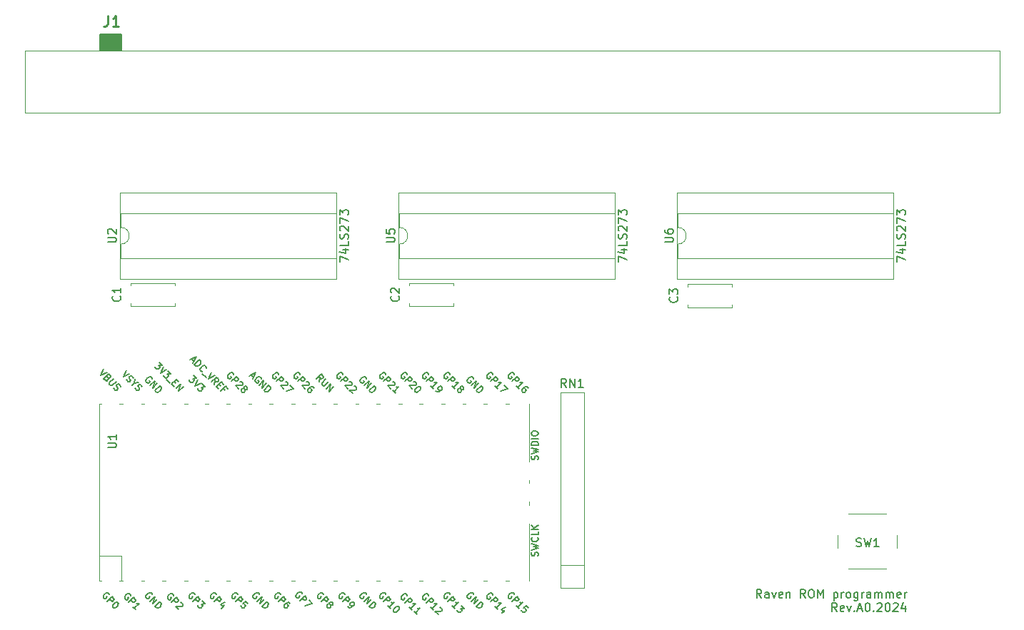
<source format=gto>
G04 #@! TF.GenerationSoftware,KiCad,Pcbnew,7.0.9*
G04 #@! TF.CreationDate,2024-01-22T22:06:56+01:00*
G04 #@! TF.ProjectId,programmer,70726f67-7261-46d6-9d65-722e6b696361,A0*
G04 #@! TF.SameCoordinates,Original*
G04 #@! TF.FileFunction,Legend,Top*
G04 #@! TF.FilePolarity,Positive*
%FSLAX46Y46*%
G04 Gerber Fmt 4.6, Leading zero omitted, Abs format (unit mm)*
G04 Created by KiCad (PCBNEW 7.0.9) date 2024-01-22 22:06:56*
%MOMM*%
%LPD*%
G01*
G04 APERTURE LIST*
%ADD10C,0.150000*%
%ADD11C,0.254000*%
%ADD12C,0.120000*%
%ADD13C,0.100000*%
%ADD14R,1.600000X1.600000*%
%ADD15O,1.600000X1.600000*%
%ADD16C,1.600000*%
%ADD17C,2.000000*%
%ADD18C,2.060000*%
%ADD19C,2.470000*%
%ADD20R,1.650000X1.650000*%
%ADD21C,1.650000*%
%ADD22O,1.800000X1.800000*%
%ADD23O,1.500000X1.500000*%
%ADD24O,1.700000X1.700000*%
%ADD25R,1.700000X3.500000*%
%ADD26R,1.700000X1.700000*%
%ADD27R,3.500000X1.700000*%
G04 APERTURE END LIST*
D10*
X104031051Y-52596051D02*
X106571051Y-52596051D01*
X106571051Y-54501051D01*
X104031051Y-54501051D01*
X104031051Y-52596051D01*
G36*
X104031051Y-52596051D02*
G01*
X106571051Y-52596051D01*
X106571051Y-54501051D01*
X104031051Y-54501051D01*
X104031051Y-52596051D01*
G37*
X182484031Y-119435870D02*
X182150698Y-118959679D01*
X181912603Y-119435870D02*
X181912603Y-118435870D01*
X181912603Y-118435870D02*
X182293555Y-118435870D01*
X182293555Y-118435870D02*
X182388793Y-118483489D01*
X182388793Y-118483489D02*
X182436412Y-118531108D01*
X182436412Y-118531108D02*
X182484031Y-118626346D01*
X182484031Y-118626346D02*
X182484031Y-118769203D01*
X182484031Y-118769203D02*
X182436412Y-118864441D01*
X182436412Y-118864441D02*
X182388793Y-118912060D01*
X182388793Y-118912060D02*
X182293555Y-118959679D01*
X182293555Y-118959679D02*
X181912603Y-118959679D01*
X183341174Y-119435870D02*
X183341174Y-118912060D01*
X183341174Y-118912060D02*
X183293555Y-118816822D01*
X183293555Y-118816822D02*
X183198317Y-118769203D01*
X183198317Y-118769203D02*
X183007841Y-118769203D01*
X183007841Y-118769203D02*
X182912603Y-118816822D01*
X183341174Y-119388251D02*
X183245936Y-119435870D01*
X183245936Y-119435870D02*
X183007841Y-119435870D01*
X183007841Y-119435870D02*
X182912603Y-119388251D01*
X182912603Y-119388251D02*
X182864984Y-119293012D01*
X182864984Y-119293012D02*
X182864984Y-119197774D01*
X182864984Y-119197774D02*
X182912603Y-119102536D01*
X182912603Y-119102536D02*
X183007841Y-119054917D01*
X183007841Y-119054917D02*
X183245936Y-119054917D01*
X183245936Y-119054917D02*
X183341174Y-119007298D01*
X183722127Y-118769203D02*
X183960222Y-119435870D01*
X183960222Y-119435870D02*
X184198317Y-118769203D01*
X184960222Y-119388251D02*
X184864984Y-119435870D01*
X184864984Y-119435870D02*
X184674508Y-119435870D01*
X184674508Y-119435870D02*
X184579270Y-119388251D01*
X184579270Y-119388251D02*
X184531651Y-119293012D01*
X184531651Y-119293012D02*
X184531651Y-118912060D01*
X184531651Y-118912060D02*
X184579270Y-118816822D01*
X184579270Y-118816822D02*
X184674508Y-118769203D01*
X184674508Y-118769203D02*
X184864984Y-118769203D01*
X184864984Y-118769203D02*
X184960222Y-118816822D01*
X184960222Y-118816822D02*
X185007841Y-118912060D01*
X185007841Y-118912060D02*
X185007841Y-119007298D01*
X185007841Y-119007298D02*
X184531651Y-119102536D01*
X185436413Y-118769203D02*
X185436413Y-119435870D01*
X185436413Y-118864441D02*
X185484032Y-118816822D01*
X185484032Y-118816822D02*
X185579270Y-118769203D01*
X185579270Y-118769203D02*
X185722127Y-118769203D01*
X185722127Y-118769203D02*
X185817365Y-118816822D01*
X185817365Y-118816822D02*
X185864984Y-118912060D01*
X185864984Y-118912060D02*
X185864984Y-119435870D01*
X187674508Y-119435870D02*
X187341175Y-118959679D01*
X187103080Y-119435870D02*
X187103080Y-118435870D01*
X187103080Y-118435870D02*
X187484032Y-118435870D01*
X187484032Y-118435870D02*
X187579270Y-118483489D01*
X187579270Y-118483489D02*
X187626889Y-118531108D01*
X187626889Y-118531108D02*
X187674508Y-118626346D01*
X187674508Y-118626346D02*
X187674508Y-118769203D01*
X187674508Y-118769203D02*
X187626889Y-118864441D01*
X187626889Y-118864441D02*
X187579270Y-118912060D01*
X187579270Y-118912060D02*
X187484032Y-118959679D01*
X187484032Y-118959679D02*
X187103080Y-118959679D01*
X188293556Y-118435870D02*
X188484032Y-118435870D01*
X188484032Y-118435870D02*
X188579270Y-118483489D01*
X188579270Y-118483489D02*
X188674508Y-118578727D01*
X188674508Y-118578727D02*
X188722127Y-118769203D01*
X188722127Y-118769203D02*
X188722127Y-119102536D01*
X188722127Y-119102536D02*
X188674508Y-119293012D01*
X188674508Y-119293012D02*
X188579270Y-119388251D01*
X188579270Y-119388251D02*
X188484032Y-119435870D01*
X188484032Y-119435870D02*
X188293556Y-119435870D01*
X188293556Y-119435870D02*
X188198318Y-119388251D01*
X188198318Y-119388251D02*
X188103080Y-119293012D01*
X188103080Y-119293012D02*
X188055461Y-119102536D01*
X188055461Y-119102536D02*
X188055461Y-118769203D01*
X188055461Y-118769203D02*
X188103080Y-118578727D01*
X188103080Y-118578727D02*
X188198318Y-118483489D01*
X188198318Y-118483489D02*
X188293556Y-118435870D01*
X189150699Y-119435870D02*
X189150699Y-118435870D01*
X189150699Y-118435870D02*
X189484032Y-119150155D01*
X189484032Y-119150155D02*
X189817365Y-118435870D01*
X189817365Y-118435870D02*
X189817365Y-119435870D01*
X191055461Y-118769203D02*
X191055461Y-119769203D01*
X191055461Y-118816822D02*
X191150699Y-118769203D01*
X191150699Y-118769203D02*
X191341175Y-118769203D01*
X191341175Y-118769203D02*
X191436413Y-118816822D01*
X191436413Y-118816822D02*
X191484032Y-118864441D01*
X191484032Y-118864441D02*
X191531651Y-118959679D01*
X191531651Y-118959679D02*
X191531651Y-119245393D01*
X191531651Y-119245393D02*
X191484032Y-119340631D01*
X191484032Y-119340631D02*
X191436413Y-119388251D01*
X191436413Y-119388251D02*
X191341175Y-119435870D01*
X191341175Y-119435870D02*
X191150699Y-119435870D01*
X191150699Y-119435870D02*
X191055461Y-119388251D01*
X191960223Y-119435870D02*
X191960223Y-118769203D01*
X191960223Y-118959679D02*
X192007842Y-118864441D01*
X192007842Y-118864441D02*
X192055461Y-118816822D01*
X192055461Y-118816822D02*
X192150699Y-118769203D01*
X192150699Y-118769203D02*
X192245937Y-118769203D01*
X192722128Y-119435870D02*
X192626890Y-119388251D01*
X192626890Y-119388251D02*
X192579271Y-119340631D01*
X192579271Y-119340631D02*
X192531652Y-119245393D01*
X192531652Y-119245393D02*
X192531652Y-118959679D01*
X192531652Y-118959679D02*
X192579271Y-118864441D01*
X192579271Y-118864441D02*
X192626890Y-118816822D01*
X192626890Y-118816822D02*
X192722128Y-118769203D01*
X192722128Y-118769203D02*
X192864985Y-118769203D01*
X192864985Y-118769203D02*
X192960223Y-118816822D01*
X192960223Y-118816822D02*
X193007842Y-118864441D01*
X193007842Y-118864441D02*
X193055461Y-118959679D01*
X193055461Y-118959679D02*
X193055461Y-119245393D01*
X193055461Y-119245393D02*
X193007842Y-119340631D01*
X193007842Y-119340631D02*
X192960223Y-119388251D01*
X192960223Y-119388251D02*
X192864985Y-119435870D01*
X192864985Y-119435870D02*
X192722128Y-119435870D01*
X193912604Y-118769203D02*
X193912604Y-119578727D01*
X193912604Y-119578727D02*
X193864985Y-119673965D01*
X193864985Y-119673965D02*
X193817366Y-119721584D01*
X193817366Y-119721584D02*
X193722128Y-119769203D01*
X193722128Y-119769203D02*
X193579271Y-119769203D01*
X193579271Y-119769203D02*
X193484033Y-119721584D01*
X193912604Y-119388251D02*
X193817366Y-119435870D01*
X193817366Y-119435870D02*
X193626890Y-119435870D01*
X193626890Y-119435870D02*
X193531652Y-119388251D01*
X193531652Y-119388251D02*
X193484033Y-119340631D01*
X193484033Y-119340631D02*
X193436414Y-119245393D01*
X193436414Y-119245393D02*
X193436414Y-118959679D01*
X193436414Y-118959679D02*
X193484033Y-118864441D01*
X193484033Y-118864441D02*
X193531652Y-118816822D01*
X193531652Y-118816822D02*
X193626890Y-118769203D01*
X193626890Y-118769203D02*
X193817366Y-118769203D01*
X193817366Y-118769203D02*
X193912604Y-118816822D01*
X194388795Y-119435870D02*
X194388795Y-118769203D01*
X194388795Y-118959679D02*
X194436414Y-118864441D01*
X194436414Y-118864441D02*
X194484033Y-118816822D01*
X194484033Y-118816822D02*
X194579271Y-118769203D01*
X194579271Y-118769203D02*
X194674509Y-118769203D01*
X195436414Y-119435870D02*
X195436414Y-118912060D01*
X195436414Y-118912060D02*
X195388795Y-118816822D01*
X195388795Y-118816822D02*
X195293557Y-118769203D01*
X195293557Y-118769203D02*
X195103081Y-118769203D01*
X195103081Y-118769203D02*
X195007843Y-118816822D01*
X195436414Y-119388251D02*
X195341176Y-119435870D01*
X195341176Y-119435870D02*
X195103081Y-119435870D01*
X195103081Y-119435870D02*
X195007843Y-119388251D01*
X195007843Y-119388251D02*
X194960224Y-119293012D01*
X194960224Y-119293012D02*
X194960224Y-119197774D01*
X194960224Y-119197774D02*
X195007843Y-119102536D01*
X195007843Y-119102536D02*
X195103081Y-119054917D01*
X195103081Y-119054917D02*
X195341176Y-119054917D01*
X195341176Y-119054917D02*
X195436414Y-119007298D01*
X195912605Y-119435870D02*
X195912605Y-118769203D01*
X195912605Y-118864441D02*
X195960224Y-118816822D01*
X195960224Y-118816822D02*
X196055462Y-118769203D01*
X196055462Y-118769203D02*
X196198319Y-118769203D01*
X196198319Y-118769203D02*
X196293557Y-118816822D01*
X196293557Y-118816822D02*
X196341176Y-118912060D01*
X196341176Y-118912060D02*
X196341176Y-119435870D01*
X196341176Y-118912060D02*
X196388795Y-118816822D01*
X196388795Y-118816822D02*
X196484033Y-118769203D01*
X196484033Y-118769203D02*
X196626890Y-118769203D01*
X196626890Y-118769203D02*
X196722129Y-118816822D01*
X196722129Y-118816822D02*
X196769748Y-118912060D01*
X196769748Y-118912060D02*
X196769748Y-119435870D01*
X197245938Y-119435870D02*
X197245938Y-118769203D01*
X197245938Y-118864441D02*
X197293557Y-118816822D01*
X197293557Y-118816822D02*
X197388795Y-118769203D01*
X197388795Y-118769203D02*
X197531652Y-118769203D01*
X197531652Y-118769203D02*
X197626890Y-118816822D01*
X197626890Y-118816822D02*
X197674509Y-118912060D01*
X197674509Y-118912060D02*
X197674509Y-119435870D01*
X197674509Y-118912060D02*
X197722128Y-118816822D01*
X197722128Y-118816822D02*
X197817366Y-118769203D01*
X197817366Y-118769203D02*
X197960223Y-118769203D01*
X197960223Y-118769203D02*
X198055462Y-118816822D01*
X198055462Y-118816822D02*
X198103081Y-118912060D01*
X198103081Y-118912060D02*
X198103081Y-119435870D01*
X198960223Y-119388251D02*
X198864985Y-119435870D01*
X198864985Y-119435870D02*
X198674509Y-119435870D01*
X198674509Y-119435870D02*
X198579271Y-119388251D01*
X198579271Y-119388251D02*
X198531652Y-119293012D01*
X198531652Y-119293012D02*
X198531652Y-118912060D01*
X198531652Y-118912060D02*
X198579271Y-118816822D01*
X198579271Y-118816822D02*
X198674509Y-118769203D01*
X198674509Y-118769203D02*
X198864985Y-118769203D01*
X198864985Y-118769203D02*
X198960223Y-118816822D01*
X198960223Y-118816822D02*
X199007842Y-118912060D01*
X199007842Y-118912060D02*
X199007842Y-119007298D01*
X199007842Y-119007298D02*
X198531652Y-119102536D01*
X199436414Y-119435870D02*
X199436414Y-118769203D01*
X199436414Y-118959679D02*
X199484033Y-118864441D01*
X199484033Y-118864441D02*
X199531652Y-118816822D01*
X199531652Y-118816822D02*
X199626890Y-118769203D01*
X199626890Y-118769203D02*
X199722128Y-118769203D01*
X191436414Y-121045870D02*
X191103081Y-120569679D01*
X190864986Y-121045870D02*
X190864986Y-120045870D01*
X190864986Y-120045870D02*
X191245938Y-120045870D01*
X191245938Y-120045870D02*
X191341176Y-120093489D01*
X191341176Y-120093489D02*
X191388795Y-120141108D01*
X191388795Y-120141108D02*
X191436414Y-120236346D01*
X191436414Y-120236346D02*
X191436414Y-120379203D01*
X191436414Y-120379203D02*
X191388795Y-120474441D01*
X191388795Y-120474441D02*
X191341176Y-120522060D01*
X191341176Y-120522060D02*
X191245938Y-120569679D01*
X191245938Y-120569679D02*
X190864986Y-120569679D01*
X192245938Y-120998251D02*
X192150700Y-121045870D01*
X192150700Y-121045870D02*
X191960224Y-121045870D01*
X191960224Y-121045870D02*
X191864986Y-120998251D01*
X191864986Y-120998251D02*
X191817367Y-120903012D01*
X191817367Y-120903012D02*
X191817367Y-120522060D01*
X191817367Y-120522060D02*
X191864986Y-120426822D01*
X191864986Y-120426822D02*
X191960224Y-120379203D01*
X191960224Y-120379203D02*
X192150700Y-120379203D01*
X192150700Y-120379203D02*
X192245938Y-120426822D01*
X192245938Y-120426822D02*
X192293557Y-120522060D01*
X192293557Y-120522060D02*
X192293557Y-120617298D01*
X192293557Y-120617298D02*
X191817367Y-120712536D01*
X192626891Y-120379203D02*
X192864986Y-121045870D01*
X192864986Y-121045870D02*
X193103081Y-120379203D01*
X193484034Y-120950631D02*
X193531653Y-120998251D01*
X193531653Y-120998251D02*
X193484034Y-121045870D01*
X193484034Y-121045870D02*
X193436415Y-120998251D01*
X193436415Y-120998251D02*
X193484034Y-120950631D01*
X193484034Y-120950631D02*
X193484034Y-121045870D01*
X193912605Y-120760155D02*
X194388795Y-120760155D01*
X193817367Y-121045870D02*
X194150700Y-120045870D01*
X194150700Y-120045870D02*
X194484033Y-121045870D01*
X195007843Y-120045870D02*
X195103081Y-120045870D01*
X195103081Y-120045870D02*
X195198319Y-120093489D01*
X195198319Y-120093489D02*
X195245938Y-120141108D01*
X195245938Y-120141108D02*
X195293557Y-120236346D01*
X195293557Y-120236346D02*
X195341176Y-120426822D01*
X195341176Y-120426822D02*
X195341176Y-120664917D01*
X195341176Y-120664917D02*
X195293557Y-120855393D01*
X195293557Y-120855393D02*
X195245938Y-120950631D01*
X195245938Y-120950631D02*
X195198319Y-120998251D01*
X195198319Y-120998251D02*
X195103081Y-121045870D01*
X195103081Y-121045870D02*
X195007843Y-121045870D01*
X195007843Y-121045870D02*
X194912605Y-120998251D01*
X194912605Y-120998251D02*
X194864986Y-120950631D01*
X194864986Y-120950631D02*
X194817367Y-120855393D01*
X194817367Y-120855393D02*
X194769748Y-120664917D01*
X194769748Y-120664917D02*
X194769748Y-120426822D01*
X194769748Y-120426822D02*
X194817367Y-120236346D01*
X194817367Y-120236346D02*
X194864986Y-120141108D01*
X194864986Y-120141108D02*
X194912605Y-120093489D01*
X194912605Y-120093489D02*
X195007843Y-120045870D01*
X195769748Y-120950631D02*
X195817367Y-120998251D01*
X195817367Y-120998251D02*
X195769748Y-121045870D01*
X195769748Y-121045870D02*
X195722129Y-120998251D01*
X195722129Y-120998251D02*
X195769748Y-120950631D01*
X195769748Y-120950631D02*
X195769748Y-121045870D01*
X196198319Y-120141108D02*
X196245938Y-120093489D01*
X196245938Y-120093489D02*
X196341176Y-120045870D01*
X196341176Y-120045870D02*
X196579271Y-120045870D01*
X196579271Y-120045870D02*
X196674509Y-120093489D01*
X196674509Y-120093489D02*
X196722128Y-120141108D01*
X196722128Y-120141108D02*
X196769747Y-120236346D01*
X196769747Y-120236346D02*
X196769747Y-120331584D01*
X196769747Y-120331584D02*
X196722128Y-120474441D01*
X196722128Y-120474441D02*
X196150700Y-121045870D01*
X196150700Y-121045870D02*
X196769747Y-121045870D01*
X197388795Y-120045870D02*
X197484033Y-120045870D01*
X197484033Y-120045870D02*
X197579271Y-120093489D01*
X197579271Y-120093489D02*
X197626890Y-120141108D01*
X197626890Y-120141108D02*
X197674509Y-120236346D01*
X197674509Y-120236346D02*
X197722128Y-120426822D01*
X197722128Y-120426822D02*
X197722128Y-120664917D01*
X197722128Y-120664917D02*
X197674509Y-120855393D01*
X197674509Y-120855393D02*
X197626890Y-120950631D01*
X197626890Y-120950631D02*
X197579271Y-120998251D01*
X197579271Y-120998251D02*
X197484033Y-121045870D01*
X197484033Y-121045870D02*
X197388795Y-121045870D01*
X197388795Y-121045870D02*
X197293557Y-120998251D01*
X197293557Y-120998251D02*
X197245938Y-120950631D01*
X197245938Y-120950631D02*
X197198319Y-120855393D01*
X197198319Y-120855393D02*
X197150700Y-120664917D01*
X197150700Y-120664917D02*
X197150700Y-120426822D01*
X197150700Y-120426822D02*
X197198319Y-120236346D01*
X197198319Y-120236346D02*
X197245938Y-120141108D01*
X197245938Y-120141108D02*
X197293557Y-120093489D01*
X197293557Y-120093489D02*
X197388795Y-120045870D01*
X198103081Y-120141108D02*
X198150700Y-120093489D01*
X198150700Y-120093489D02*
X198245938Y-120045870D01*
X198245938Y-120045870D02*
X198484033Y-120045870D01*
X198484033Y-120045870D02*
X198579271Y-120093489D01*
X198579271Y-120093489D02*
X198626890Y-120141108D01*
X198626890Y-120141108D02*
X198674509Y-120236346D01*
X198674509Y-120236346D02*
X198674509Y-120331584D01*
X198674509Y-120331584D02*
X198626890Y-120474441D01*
X198626890Y-120474441D02*
X198055462Y-121045870D01*
X198055462Y-121045870D02*
X198674509Y-121045870D01*
X199531652Y-120379203D02*
X199531652Y-121045870D01*
X199293557Y-119998251D02*
X199055462Y-120712536D01*
X199055462Y-120712536D02*
X199674509Y-120712536D01*
X159329523Y-94434819D02*
X158996190Y-93958628D01*
X158758095Y-94434819D02*
X158758095Y-93434819D01*
X158758095Y-93434819D02*
X159139047Y-93434819D01*
X159139047Y-93434819D02*
X159234285Y-93482438D01*
X159234285Y-93482438D02*
X159281904Y-93530057D01*
X159281904Y-93530057D02*
X159329523Y-93625295D01*
X159329523Y-93625295D02*
X159329523Y-93768152D01*
X159329523Y-93768152D02*
X159281904Y-93863390D01*
X159281904Y-93863390D02*
X159234285Y-93911009D01*
X159234285Y-93911009D02*
X159139047Y-93958628D01*
X159139047Y-93958628D02*
X158758095Y-93958628D01*
X159758095Y-94434819D02*
X159758095Y-93434819D01*
X159758095Y-93434819D02*
X160329523Y-94434819D01*
X160329523Y-94434819D02*
X160329523Y-93434819D01*
X161329523Y-94434819D02*
X160758095Y-94434819D01*
X161043809Y-94434819D02*
X161043809Y-93434819D01*
X161043809Y-93434819D02*
X160948571Y-93577676D01*
X160948571Y-93577676D02*
X160853333Y-93672914D01*
X160853333Y-93672914D02*
X160758095Y-93720533D01*
X137985870Y-77233955D02*
X138795393Y-77233955D01*
X138795393Y-77233955D02*
X138890631Y-77186336D01*
X138890631Y-77186336D02*
X138938251Y-77138717D01*
X138938251Y-77138717D02*
X138985870Y-77043479D01*
X138985870Y-77043479D02*
X138985870Y-76853003D01*
X138985870Y-76853003D02*
X138938251Y-76757765D01*
X138938251Y-76757765D02*
X138890631Y-76710146D01*
X138890631Y-76710146D02*
X138795393Y-76662527D01*
X138795393Y-76662527D02*
X137985870Y-76662527D01*
X137985870Y-75710146D02*
X137985870Y-76186336D01*
X137985870Y-76186336D02*
X138462060Y-76233955D01*
X138462060Y-76233955D02*
X138414441Y-76186336D01*
X138414441Y-76186336D02*
X138366822Y-76091098D01*
X138366822Y-76091098D02*
X138366822Y-75853003D01*
X138366822Y-75853003D02*
X138414441Y-75757765D01*
X138414441Y-75757765D02*
X138462060Y-75710146D01*
X138462060Y-75710146D02*
X138557298Y-75662527D01*
X138557298Y-75662527D02*
X138795393Y-75662527D01*
X138795393Y-75662527D02*
X138890631Y-75710146D01*
X138890631Y-75710146D02*
X138938251Y-75757765D01*
X138938251Y-75757765D02*
X138985870Y-75853003D01*
X138985870Y-75853003D02*
X138985870Y-76091098D01*
X138985870Y-76091098D02*
X138938251Y-76186336D01*
X138938251Y-76186336D02*
X138890631Y-76233955D01*
X165505870Y-79591098D02*
X165505870Y-78924432D01*
X165505870Y-78924432D02*
X166505870Y-79353003D01*
X165839203Y-78114908D02*
X166505870Y-78114908D01*
X165458251Y-78353003D02*
X166172536Y-78591098D01*
X166172536Y-78591098D02*
X166172536Y-77972051D01*
X166505870Y-77114908D02*
X166505870Y-77591098D01*
X166505870Y-77591098D02*
X165505870Y-77591098D01*
X166458251Y-76829193D02*
X166505870Y-76686336D01*
X166505870Y-76686336D02*
X166505870Y-76448241D01*
X166505870Y-76448241D02*
X166458251Y-76353003D01*
X166458251Y-76353003D02*
X166410631Y-76305384D01*
X166410631Y-76305384D02*
X166315393Y-76257765D01*
X166315393Y-76257765D02*
X166220155Y-76257765D01*
X166220155Y-76257765D02*
X166124917Y-76305384D01*
X166124917Y-76305384D02*
X166077298Y-76353003D01*
X166077298Y-76353003D02*
X166029679Y-76448241D01*
X166029679Y-76448241D02*
X165982060Y-76638717D01*
X165982060Y-76638717D02*
X165934441Y-76733955D01*
X165934441Y-76733955D02*
X165886822Y-76781574D01*
X165886822Y-76781574D02*
X165791584Y-76829193D01*
X165791584Y-76829193D02*
X165696346Y-76829193D01*
X165696346Y-76829193D02*
X165601108Y-76781574D01*
X165601108Y-76781574D02*
X165553489Y-76733955D01*
X165553489Y-76733955D02*
X165505870Y-76638717D01*
X165505870Y-76638717D02*
X165505870Y-76400622D01*
X165505870Y-76400622D02*
X165553489Y-76257765D01*
X165601108Y-75876812D02*
X165553489Y-75829193D01*
X165553489Y-75829193D02*
X165505870Y-75733955D01*
X165505870Y-75733955D02*
X165505870Y-75495860D01*
X165505870Y-75495860D02*
X165553489Y-75400622D01*
X165553489Y-75400622D02*
X165601108Y-75353003D01*
X165601108Y-75353003D02*
X165696346Y-75305384D01*
X165696346Y-75305384D02*
X165791584Y-75305384D01*
X165791584Y-75305384D02*
X165934441Y-75353003D01*
X165934441Y-75353003D02*
X166505870Y-75924431D01*
X166505870Y-75924431D02*
X166505870Y-75305384D01*
X165505870Y-74972050D02*
X165505870Y-74305384D01*
X165505870Y-74305384D02*
X166505870Y-74733955D01*
X165505870Y-74019669D02*
X165505870Y-73400622D01*
X165505870Y-73400622D02*
X165886822Y-73733955D01*
X165886822Y-73733955D02*
X165886822Y-73591098D01*
X165886822Y-73591098D02*
X165934441Y-73495860D01*
X165934441Y-73495860D02*
X165982060Y-73448241D01*
X165982060Y-73448241D02*
X166077298Y-73400622D01*
X166077298Y-73400622D02*
X166315393Y-73400622D01*
X166315393Y-73400622D02*
X166410631Y-73448241D01*
X166410631Y-73448241D02*
X166458251Y-73495860D01*
X166458251Y-73495860D02*
X166505870Y-73591098D01*
X166505870Y-73591098D02*
X166505870Y-73876812D01*
X166505870Y-73876812D02*
X166458251Y-73972050D01*
X166458251Y-73972050D02*
X166410631Y-74019669D01*
X104965870Y-77233955D02*
X105775393Y-77233955D01*
X105775393Y-77233955D02*
X105870631Y-77186336D01*
X105870631Y-77186336D02*
X105918251Y-77138717D01*
X105918251Y-77138717D02*
X105965870Y-77043479D01*
X105965870Y-77043479D02*
X105965870Y-76853003D01*
X105965870Y-76853003D02*
X105918251Y-76757765D01*
X105918251Y-76757765D02*
X105870631Y-76710146D01*
X105870631Y-76710146D02*
X105775393Y-76662527D01*
X105775393Y-76662527D02*
X104965870Y-76662527D01*
X105061108Y-76233955D02*
X105013489Y-76186336D01*
X105013489Y-76186336D02*
X104965870Y-76091098D01*
X104965870Y-76091098D02*
X104965870Y-75853003D01*
X104965870Y-75853003D02*
X105013489Y-75757765D01*
X105013489Y-75757765D02*
X105061108Y-75710146D01*
X105061108Y-75710146D02*
X105156346Y-75662527D01*
X105156346Y-75662527D02*
X105251584Y-75662527D01*
X105251584Y-75662527D02*
X105394441Y-75710146D01*
X105394441Y-75710146D02*
X105965870Y-76281574D01*
X105965870Y-76281574D02*
X105965870Y-75662527D01*
X132485870Y-79591098D02*
X132485870Y-78924432D01*
X132485870Y-78924432D02*
X133485870Y-79353003D01*
X132819203Y-78114908D02*
X133485870Y-78114908D01*
X132438251Y-78353003D02*
X133152536Y-78591098D01*
X133152536Y-78591098D02*
X133152536Y-77972051D01*
X133485870Y-77114908D02*
X133485870Y-77591098D01*
X133485870Y-77591098D02*
X132485870Y-77591098D01*
X133438251Y-76829193D02*
X133485870Y-76686336D01*
X133485870Y-76686336D02*
X133485870Y-76448241D01*
X133485870Y-76448241D02*
X133438251Y-76353003D01*
X133438251Y-76353003D02*
X133390631Y-76305384D01*
X133390631Y-76305384D02*
X133295393Y-76257765D01*
X133295393Y-76257765D02*
X133200155Y-76257765D01*
X133200155Y-76257765D02*
X133104917Y-76305384D01*
X133104917Y-76305384D02*
X133057298Y-76353003D01*
X133057298Y-76353003D02*
X133009679Y-76448241D01*
X133009679Y-76448241D02*
X132962060Y-76638717D01*
X132962060Y-76638717D02*
X132914441Y-76733955D01*
X132914441Y-76733955D02*
X132866822Y-76781574D01*
X132866822Y-76781574D02*
X132771584Y-76829193D01*
X132771584Y-76829193D02*
X132676346Y-76829193D01*
X132676346Y-76829193D02*
X132581108Y-76781574D01*
X132581108Y-76781574D02*
X132533489Y-76733955D01*
X132533489Y-76733955D02*
X132485870Y-76638717D01*
X132485870Y-76638717D02*
X132485870Y-76400622D01*
X132485870Y-76400622D02*
X132533489Y-76257765D01*
X132581108Y-75876812D02*
X132533489Y-75829193D01*
X132533489Y-75829193D02*
X132485870Y-75733955D01*
X132485870Y-75733955D02*
X132485870Y-75495860D01*
X132485870Y-75495860D02*
X132533489Y-75400622D01*
X132533489Y-75400622D02*
X132581108Y-75353003D01*
X132581108Y-75353003D02*
X132676346Y-75305384D01*
X132676346Y-75305384D02*
X132771584Y-75305384D01*
X132771584Y-75305384D02*
X132914441Y-75353003D01*
X132914441Y-75353003D02*
X133485870Y-75924431D01*
X133485870Y-75924431D02*
X133485870Y-75305384D01*
X132485870Y-74972050D02*
X132485870Y-74305384D01*
X132485870Y-74305384D02*
X133485870Y-74733955D01*
X132485870Y-74019669D02*
X132485870Y-73400622D01*
X132485870Y-73400622D02*
X132866822Y-73733955D01*
X132866822Y-73733955D02*
X132866822Y-73591098D01*
X132866822Y-73591098D02*
X132914441Y-73495860D01*
X132914441Y-73495860D02*
X132962060Y-73448241D01*
X132962060Y-73448241D02*
X133057298Y-73400622D01*
X133057298Y-73400622D02*
X133295393Y-73400622D01*
X133295393Y-73400622D02*
X133390631Y-73448241D01*
X133390631Y-73448241D02*
X133438251Y-73495860D01*
X133438251Y-73495860D02*
X133485870Y-73591098D01*
X133485870Y-73591098D02*
X133485870Y-73876812D01*
X133485870Y-73876812D02*
X133438251Y-73972050D01*
X133438251Y-73972050D02*
X133390631Y-74019669D01*
X106422631Y-83623717D02*
X106470251Y-83671336D01*
X106470251Y-83671336D02*
X106517870Y-83814193D01*
X106517870Y-83814193D02*
X106517870Y-83909431D01*
X106517870Y-83909431D02*
X106470251Y-84052288D01*
X106470251Y-84052288D02*
X106375012Y-84147526D01*
X106375012Y-84147526D02*
X106279774Y-84195145D01*
X106279774Y-84195145D02*
X106089298Y-84242764D01*
X106089298Y-84242764D02*
X105946441Y-84242764D01*
X105946441Y-84242764D02*
X105755965Y-84195145D01*
X105755965Y-84195145D02*
X105660727Y-84147526D01*
X105660727Y-84147526D02*
X105565489Y-84052288D01*
X105565489Y-84052288D02*
X105517870Y-83909431D01*
X105517870Y-83909431D02*
X105517870Y-83814193D01*
X105517870Y-83814193D02*
X105565489Y-83671336D01*
X105565489Y-83671336D02*
X105613108Y-83623717D01*
X106517870Y-82671336D02*
X106517870Y-83242764D01*
X106517870Y-82957050D02*
X105517870Y-82957050D01*
X105517870Y-82957050D02*
X105660727Y-83052288D01*
X105660727Y-83052288D02*
X105755965Y-83147526D01*
X105755965Y-83147526D02*
X105803584Y-83242764D01*
X139442631Y-83623717D02*
X139490251Y-83671336D01*
X139490251Y-83671336D02*
X139537870Y-83814193D01*
X139537870Y-83814193D02*
X139537870Y-83909431D01*
X139537870Y-83909431D02*
X139490251Y-84052288D01*
X139490251Y-84052288D02*
X139395012Y-84147526D01*
X139395012Y-84147526D02*
X139299774Y-84195145D01*
X139299774Y-84195145D02*
X139109298Y-84242764D01*
X139109298Y-84242764D02*
X138966441Y-84242764D01*
X138966441Y-84242764D02*
X138775965Y-84195145D01*
X138775965Y-84195145D02*
X138680727Y-84147526D01*
X138680727Y-84147526D02*
X138585489Y-84052288D01*
X138585489Y-84052288D02*
X138537870Y-83909431D01*
X138537870Y-83909431D02*
X138537870Y-83814193D01*
X138537870Y-83814193D02*
X138585489Y-83671336D01*
X138585489Y-83671336D02*
X138633108Y-83623717D01*
X138633108Y-83242764D02*
X138585489Y-83195145D01*
X138585489Y-83195145D02*
X138537870Y-83099907D01*
X138537870Y-83099907D02*
X138537870Y-82861812D01*
X138537870Y-82861812D02*
X138585489Y-82766574D01*
X138585489Y-82766574D02*
X138633108Y-82718955D01*
X138633108Y-82718955D02*
X138728346Y-82671336D01*
X138728346Y-82671336D02*
X138823584Y-82671336D01*
X138823584Y-82671336D02*
X138966441Y-82718955D01*
X138966441Y-82718955D02*
X139537870Y-83290383D01*
X139537870Y-83290383D02*
X139537870Y-82671336D01*
X193738667Y-113310200D02*
X193881524Y-113357819D01*
X193881524Y-113357819D02*
X194119619Y-113357819D01*
X194119619Y-113357819D02*
X194214857Y-113310200D01*
X194214857Y-113310200D02*
X194262476Y-113262580D01*
X194262476Y-113262580D02*
X194310095Y-113167342D01*
X194310095Y-113167342D02*
X194310095Y-113072104D01*
X194310095Y-113072104D02*
X194262476Y-112976866D01*
X194262476Y-112976866D02*
X194214857Y-112929247D01*
X194214857Y-112929247D02*
X194119619Y-112881628D01*
X194119619Y-112881628D02*
X193929143Y-112834009D01*
X193929143Y-112834009D02*
X193833905Y-112786390D01*
X193833905Y-112786390D02*
X193786286Y-112738771D01*
X193786286Y-112738771D02*
X193738667Y-112643533D01*
X193738667Y-112643533D02*
X193738667Y-112548295D01*
X193738667Y-112548295D02*
X193786286Y-112453057D01*
X193786286Y-112453057D02*
X193833905Y-112405438D01*
X193833905Y-112405438D02*
X193929143Y-112357819D01*
X193929143Y-112357819D02*
X194167238Y-112357819D01*
X194167238Y-112357819D02*
X194310095Y-112405438D01*
X194643429Y-112357819D02*
X194881524Y-113357819D01*
X194881524Y-113357819D02*
X195072000Y-112643533D01*
X195072000Y-112643533D02*
X195262476Y-113357819D01*
X195262476Y-113357819D02*
X195500572Y-112357819D01*
X196405333Y-113357819D02*
X195833905Y-113357819D01*
X196119619Y-113357819D02*
X196119619Y-112357819D01*
X196119619Y-112357819D02*
X196024381Y-112500676D01*
X196024381Y-112500676D02*
X195929143Y-112595914D01*
X195929143Y-112595914D02*
X195833905Y-112643533D01*
X171005870Y-77233955D02*
X171815393Y-77233955D01*
X171815393Y-77233955D02*
X171910631Y-77186336D01*
X171910631Y-77186336D02*
X171958251Y-77138717D01*
X171958251Y-77138717D02*
X172005870Y-77043479D01*
X172005870Y-77043479D02*
X172005870Y-76853003D01*
X172005870Y-76853003D02*
X171958251Y-76757765D01*
X171958251Y-76757765D02*
X171910631Y-76710146D01*
X171910631Y-76710146D02*
X171815393Y-76662527D01*
X171815393Y-76662527D02*
X171005870Y-76662527D01*
X171005870Y-75757765D02*
X171005870Y-75948241D01*
X171005870Y-75948241D02*
X171053489Y-76043479D01*
X171053489Y-76043479D02*
X171101108Y-76091098D01*
X171101108Y-76091098D02*
X171243965Y-76186336D01*
X171243965Y-76186336D02*
X171434441Y-76233955D01*
X171434441Y-76233955D02*
X171815393Y-76233955D01*
X171815393Y-76233955D02*
X171910631Y-76186336D01*
X171910631Y-76186336D02*
X171958251Y-76138717D01*
X171958251Y-76138717D02*
X172005870Y-76043479D01*
X172005870Y-76043479D02*
X172005870Y-75853003D01*
X172005870Y-75853003D02*
X171958251Y-75757765D01*
X171958251Y-75757765D02*
X171910631Y-75710146D01*
X171910631Y-75710146D02*
X171815393Y-75662527D01*
X171815393Y-75662527D02*
X171577298Y-75662527D01*
X171577298Y-75662527D02*
X171482060Y-75710146D01*
X171482060Y-75710146D02*
X171434441Y-75757765D01*
X171434441Y-75757765D02*
X171386822Y-75853003D01*
X171386822Y-75853003D02*
X171386822Y-76043479D01*
X171386822Y-76043479D02*
X171434441Y-76138717D01*
X171434441Y-76138717D02*
X171482060Y-76186336D01*
X171482060Y-76186336D02*
X171577298Y-76233955D01*
X198525870Y-79591098D02*
X198525870Y-78924432D01*
X198525870Y-78924432D02*
X199525870Y-79353003D01*
X198859203Y-78114908D02*
X199525870Y-78114908D01*
X198478251Y-78353003D02*
X199192536Y-78591098D01*
X199192536Y-78591098D02*
X199192536Y-77972051D01*
X199525870Y-77114908D02*
X199525870Y-77591098D01*
X199525870Y-77591098D02*
X198525870Y-77591098D01*
X199478251Y-76829193D02*
X199525870Y-76686336D01*
X199525870Y-76686336D02*
X199525870Y-76448241D01*
X199525870Y-76448241D02*
X199478251Y-76353003D01*
X199478251Y-76353003D02*
X199430631Y-76305384D01*
X199430631Y-76305384D02*
X199335393Y-76257765D01*
X199335393Y-76257765D02*
X199240155Y-76257765D01*
X199240155Y-76257765D02*
X199144917Y-76305384D01*
X199144917Y-76305384D02*
X199097298Y-76353003D01*
X199097298Y-76353003D02*
X199049679Y-76448241D01*
X199049679Y-76448241D02*
X199002060Y-76638717D01*
X199002060Y-76638717D02*
X198954441Y-76733955D01*
X198954441Y-76733955D02*
X198906822Y-76781574D01*
X198906822Y-76781574D02*
X198811584Y-76829193D01*
X198811584Y-76829193D02*
X198716346Y-76829193D01*
X198716346Y-76829193D02*
X198621108Y-76781574D01*
X198621108Y-76781574D02*
X198573489Y-76733955D01*
X198573489Y-76733955D02*
X198525870Y-76638717D01*
X198525870Y-76638717D02*
X198525870Y-76400622D01*
X198525870Y-76400622D02*
X198573489Y-76257765D01*
X198621108Y-75876812D02*
X198573489Y-75829193D01*
X198573489Y-75829193D02*
X198525870Y-75733955D01*
X198525870Y-75733955D02*
X198525870Y-75495860D01*
X198525870Y-75495860D02*
X198573489Y-75400622D01*
X198573489Y-75400622D02*
X198621108Y-75353003D01*
X198621108Y-75353003D02*
X198716346Y-75305384D01*
X198716346Y-75305384D02*
X198811584Y-75305384D01*
X198811584Y-75305384D02*
X198954441Y-75353003D01*
X198954441Y-75353003D02*
X199525870Y-75924431D01*
X199525870Y-75924431D02*
X199525870Y-75305384D01*
X198525870Y-74972050D02*
X198525870Y-74305384D01*
X198525870Y-74305384D02*
X199525870Y-74733955D01*
X198525870Y-74019669D02*
X198525870Y-73400622D01*
X198525870Y-73400622D02*
X198906822Y-73733955D01*
X198906822Y-73733955D02*
X198906822Y-73591098D01*
X198906822Y-73591098D02*
X198954441Y-73495860D01*
X198954441Y-73495860D02*
X199002060Y-73448241D01*
X199002060Y-73448241D02*
X199097298Y-73400622D01*
X199097298Y-73400622D02*
X199335393Y-73400622D01*
X199335393Y-73400622D02*
X199430631Y-73448241D01*
X199430631Y-73448241D02*
X199478251Y-73495860D01*
X199478251Y-73495860D02*
X199525870Y-73591098D01*
X199525870Y-73591098D02*
X199525870Y-73876812D01*
X199525870Y-73876812D02*
X199478251Y-73972050D01*
X199478251Y-73972050D02*
X199430631Y-74019669D01*
X172462631Y-83750717D02*
X172510251Y-83798336D01*
X172510251Y-83798336D02*
X172557870Y-83941193D01*
X172557870Y-83941193D02*
X172557870Y-84036431D01*
X172557870Y-84036431D02*
X172510251Y-84179288D01*
X172510251Y-84179288D02*
X172415012Y-84274526D01*
X172415012Y-84274526D02*
X172319774Y-84322145D01*
X172319774Y-84322145D02*
X172129298Y-84369764D01*
X172129298Y-84369764D02*
X171986441Y-84369764D01*
X171986441Y-84369764D02*
X171795965Y-84322145D01*
X171795965Y-84322145D02*
X171700727Y-84274526D01*
X171700727Y-84274526D02*
X171605489Y-84179288D01*
X171605489Y-84179288D02*
X171557870Y-84036431D01*
X171557870Y-84036431D02*
X171557870Y-83941193D01*
X171557870Y-83941193D02*
X171605489Y-83798336D01*
X171605489Y-83798336D02*
X171653108Y-83750717D01*
X171557870Y-83417383D02*
X171557870Y-82798336D01*
X171557870Y-82798336D02*
X171938822Y-83131669D01*
X171938822Y-83131669D02*
X171938822Y-82988812D01*
X171938822Y-82988812D02*
X171986441Y-82893574D01*
X171986441Y-82893574D02*
X172034060Y-82845955D01*
X172034060Y-82845955D02*
X172129298Y-82798336D01*
X172129298Y-82798336D02*
X172367393Y-82798336D01*
X172367393Y-82798336D02*
X172462631Y-82845955D01*
X172462631Y-82845955D02*
X172510251Y-82893574D01*
X172510251Y-82893574D02*
X172557870Y-82988812D01*
X172557870Y-82988812D02*
X172557870Y-83274526D01*
X172557870Y-83274526D02*
X172510251Y-83369764D01*
X172510251Y-83369764D02*
X172462631Y-83417383D01*
D11*
X104986667Y-50358318D02*
X104986667Y-51265461D01*
X104986667Y-51265461D02*
X104926190Y-51446889D01*
X104926190Y-51446889D02*
X104805238Y-51567842D01*
X104805238Y-51567842D02*
X104623809Y-51628318D01*
X104623809Y-51628318D02*
X104502857Y-51628318D01*
X106256667Y-51628318D02*
X105530952Y-51628318D01*
X105893809Y-51628318D02*
X105893809Y-50358318D01*
X105893809Y-50358318D02*
X105772857Y-50539746D01*
X105772857Y-50539746D02*
X105651905Y-50660699D01*
X105651905Y-50660699D02*
X105530952Y-50721175D01*
D10*
X104990870Y-101617955D02*
X105800393Y-101617955D01*
X105800393Y-101617955D02*
X105895631Y-101570336D01*
X105895631Y-101570336D02*
X105943251Y-101522717D01*
X105943251Y-101522717D02*
X105990870Y-101427479D01*
X105990870Y-101427479D02*
X105990870Y-101237003D01*
X105990870Y-101237003D02*
X105943251Y-101141765D01*
X105943251Y-101141765D02*
X105895631Y-101094146D01*
X105895631Y-101094146D02*
X105800393Y-101046527D01*
X105800393Y-101046527D02*
X104990870Y-101046527D01*
X105990870Y-100046527D02*
X105990870Y-100617955D01*
X105990870Y-100332241D02*
X104990870Y-100332241D01*
X104990870Y-100332241D02*
X105133727Y-100427479D01*
X105133727Y-100427479D02*
X105228965Y-100522717D01*
X105228965Y-100522717D02*
X105276584Y-100617955D01*
X125240182Y-92942049D02*
X125213245Y-92861236D01*
X125213245Y-92861236D02*
X125132432Y-92780424D01*
X125132432Y-92780424D02*
X125024683Y-92726549D01*
X125024683Y-92726549D02*
X124916933Y-92726549D01*
X124916933Y-92726549D02*
X124836121Y-92753487D01*
X124836121Y-92753487D02*
X124701434Y-92834299D01*
X124701434Y-92834299D02*
X124620622Y-92915111D01*
X124620622Y-92915111D02*
X124539809Y-93049798D01*
X124539809Y-93049798D02*
X124512872Y-93130611D01*
X124512872Y-93130611D02*
X124512872Y-93238360D01*
X124512872Y-93238360D02*
X124566747Y-93346110D01*
X124566747Y-93346110D02*
X124620622Y-93399985D01*
X124620622Y-93399985D02*
X124728371Y-93453859D01*
X124728371Y-93453859D02*
X124782246Y-93453859D01*
X124782246Y-93453859D02*
X124970808Y-93265298D01*
X124970808Y-93265298D02*
X124863058Y-93157548D01*
X124970808Y-93750171D02*
X125536493Y-93184485D01*
X125536493Y-93184485D02*
X125751993Y-93399985D01*
X125751993Y-93399985D02*
X125778930Y-93480797D01*
X125778930Y-93480797D02*
X125778930Y-93534672D01*
X125778930Y-93534672D02*
X125751993Y-93615484D01*
X125751993Y-93615484D02*
X125671180Y-93696296D01*
X125671180Y-93696296D02*
X125590368Y-93723233D01*
X125590368Y-93723233D02*
X125536493Y-93723233D01*
X125536493Y-93723233D02*
X125455681Y-93696296D01*
X125455681Y-93696296D02*
X125240182Y-93480797D01*
X126021367Y-93777108D02*
X126075241Y-93777108D01*
X126075241Y-93777108D02*
X126156054Y-93804046D01*
X126156054Y-93804046D02*
X126290741Y-93938733D01*
X126290741Y-93938733D02*
X126317678Y-94019545D01*
X126317678Y-94019545D02*
X126317678Y-94073420D01*
X126317678Y-94073420D02*
X126290741Y-94154232D01*
X126290741Y-94154232D02*
X126236866Y-94208107D01*
X126236866Y-94208107D02*
X126129116Y-94261981D01*
X126129116Y-94261981D02*
X125482619Y-94261981D01*
X125482619Y-94261981D02*
X125832805Y-94612168D01*
X126587052Y-94235044D02*
X126964176Y-94612168D01*
X126964176Y-94612168D02*
X126156054Y-94935417D01*
X145550182Y-92942049D02*
X145523245Y-92861236D01*
X145523245Y-92861236D02*
X145442432Y-92780424D01*
X145442432Y-92780424D02*
X145334683Y-92726549D01*
X145334683Y-92726549D02*
X145226933Y-92726549D01*
X145226933Y-92726549D02*
X145146121Y-92753487D01*
X145146121Y-92753487D02*
X145011434Y-92834299D01*
X145011434Y-92834299D02*
X144930622Y-92915111D01*
X144930622Y-92915111D02*
X144849809Y-93049798D01*
X144849809Y-93049798D02*
X144822872Y-93130611D01*
X144822872Y-93130611D02*
X144822872Y-93238360D01*
X144822872Y-93238360D02*
X144876747Y-93346110D01*
X144876747Y-93346110D02*
X144930622Y-93399985D01*
X144930622Y-93399985D02*
X145038371Y-93453859D01*
X145038371Y-93453859D02*
X145092246Y-93453859D01*
X145092246Y-93453859D02*
X145280808Y-93265298D01*
X145280808Y-93265298D02*
X145173058Y-93157548D01*
X145280808Y-93750171D02*
X145846493Y-93184485D01*
X145846493Y-93184485D02*
X146061993Y-93399985D01*
X146061993Y-93399985D02*
X146088930Y-93480797D01*
X146088930Y-93480797D02*
X146088930Y-93534672D01*
X146088930Y-93534672D02*
X146061993Y-93615484D01*
X146061993Y-93615484D02*
X145981180Y-93696296D01*
X145981180Y-93696296D02*
X145900368Y-93723233D01*
X145900368Y-93723233D02*
X145846493Y-93723233D01*
X145846493Y-93723233D02*
X145765681Y-93696296D01*
X145765681Y-93696296D02*
X145550182Y-93480797D01*
X146142805Y-94612168D02*
X145819556Y-94288919D01*
X145981180Y-94450543D02*
X146546866Y-93884858D01*
X146546866Y-93884858D02*
X146412179Y-93911795D01*
X146412179Y-93911795D02*
X146304429Y-93911795D01*
X146304429Y-93911795D02*
X146223617Y-93884858D01*
X146789303Y-94612168D02*
X146762365Y-94531356D01*
X146762365Y-94531356D02*
X146762365Y-94477481D01*
X146762365Y-94477481D02*
X146789303Y-94396669D01*
X146789303Y-94396669D02*
X146816240Y-94369731D01*
X146816240Y-94369731D02*
X146897052Y-94342794D01*
X146897052Y-94342794D02*
X146950927Y-94342794D01*
X146950927Y-94342794D02*
X147031739Y-94369731D01*
X147031739Y-94369731D02*
X147139489Y-94477481D01*
X147139489Y-94477481D02*
X147166426Y-94558293D01*
X147166426Y-94558293D02*
X147166426Y-94612168D01*
X147166426Y-94612168D02*
X147139489Y-94692980D01*
X147139489Y-94692980D02*
X147112551Y-94719917D01*
X147112551Y-94719917D02*
X147031739Y-94746855D01*
X147031739Y-94746855D02*
X146977864Y-94746855D01*
X146977864Y-94746855D02*
X146897052Y-94719917D01*
X146897052Y-94719917D02*
X146789303Y-94612168D01*
X146789303Y-94612168D02*
X146708490Y-94585230D01*
X146708490Y-94585230D02*
X146654616Y-94585230D01*
X146654616Y-94585230D02*
X146573803Y-94612168D01*
X146573803Y-94612168D02*
X146466054Y-94719917D01*
X146466054Y-94719917D02*
X146439116Y-94800730D01*
X146439116Y-94800730D02*
X146439116Y-94854604D01*
X146439116Y-94854604D02*
X146466054Y-94935417D01*
X146466054Y-94935417D02*
X146573803Y-95043166D01*
X146573803Y-95043166D02*
X146654616Y-95070104D01*
X146654616Y-95070104D02*
X146708490Y-95070104D01*
X146708490Y-95070104D02*
X146789303Y-95043166D01*
X146789303Y-95043166D02*
X146897052Y-94935417D01*
X146897052Y-94935417D02*
X146923990Y-94854604D01*
X146923990Y-94854604D02*
X146923990Y-94800730D01*
X146923990Y-94800730D02*
X146897052Y-94719917D01*
X111072466Y-91474458D02*
X111422652Y-91824644D01*
X111422652Y-91824644D02*
X111018591Y-91851582D01*
X111018591Y-91851582D02*
X111099404Y-91932394D01*
X111099404Y-91932394D02*
X111126341Y-92013206D01*
X111126341Y-92013206D02*
X111126341Y-92067081D01*
X111126341Y-92067081D02*
X111099404Y-92147893D01*
X111099404Y-92147893D02*
X110964717Y-92282580D01*
X110964717Y-92282580D02*
X110883904Y-92309518D01*
X110883904Y-92309518D02*
X110830030Y-92309518D01*
X110830030Y-92309518D02*
X110749217Y-92282580D01*
X110749217Y-92282580D02*
X110587593Y-92120956D01*
X110587593Y-92120956D02*
X110560656Y-92040144D01*
X110560656Y-92040144D02*
X110560656Y-91986269D01*
X111584277Y-91986269D02*
X111207153Y-92740516D01*
X111207153Y-92740516D02*
X111961401Y-92363393D01*
X112096087Y-92498079D02*
X112446274Y-92848266D01*
X112446274Y-92848266D02*
X112042213Y-92875203D01*
X112042213Y-92875203D02*
X112123025Y-92956015D01*
X112123025Y-92956015D02*
X112149962Y-93036827D01*
X112149962Y-93036827D02*
X112149962Y-93090702D01*
X112149962Y-93090702D02*
X112123025Y-93171515D01*
X112123025Y-93171515D02*
X111988338Y-93306202D01*
X111988338Y-93306202D02*
X111907526Y-93333139D01*
X111907526Y-93333139D02*
X111853651Y-93333139D01*
X111853651Y-93333139D02*
X111772839Y-93306202D01*
X111772839Y-93306202D02*
X111611214Y-93144577D01*
X111611214Y-93144577D02*
X111584277Y-93063765D01*
X111584277Y-93063765D02*
X111584277Y-93009890D01*
X111934463Y-93575576D02*
X112365462Y-94006574D01*
X112850335Y-93791075D02*
X113038897Y-93979637D01*
X112823398Y-94356760D02*
X112554024Y-94087386D01*
X112554024Y-94087386D02*
X113119709Y-93521701D01*
X113119709Y-93521701D02*
X113389083Y-93791075D01*
X113065835Y-94599197D02*
X113631520Y-94033512D01*
X113631520Y-94033512D02*
X113389083Y-94922446D01*
X113389083Y-94922446D02*
X113954769Y-94356761D01*
X153170182Y-92942049D02*
X153143245Y-92861236D01*
X153143245Y-92861236D02*
X153062432Y-92780424D01*
X153062432Y-92780424D02*
X152954683Y-92726549D01*
X152954683Y-92726549D02*
X152846933Y-92726549D01*
X152846933Y-92726549D02*
X152766121Y-92753487D01*
X152766121Y-92753487D02*
X152631434Y-92834299D01*
X152631434Y-92834299D02*
X152550622Y-92915111D01*
X152550622Y-92915111D02*
X152469809Y-93049798D01*
X152469809Y-93049798D02*
X152442872Y-93130611D01*
X152442872Y-93130611D02*
X152442872Y-93238360D01*
X152442872Y-93238360D02*
X152496747Y-93346110D01*
X152496747Y-93346110D02*
X152550622Y-93399985D01*
X152550622Y-93399985D02*
X152658371Y-93453859D01*
X152658371Y-93453859D02*
X152712246Y-93453859D01*
X152712246Y-93453859D02*
X152900808Y-93265298D01*
X152900808Y-93265298D02*
X152793058Y-93157548D01*
X152900808Y-93750171D02*
X153466493Y-93184485D01*
X153466493Y-93184485D02*
X153681993Y-93399985D01*
X153681993Y-93399985D02*
X153708930Y-93480797D01*
X153708930Y-93480797D02*
X153708930Y-93534672D01*
X153708930Y-93534672D02*
X153681993Y-93615484D01*
X153681993Y-93615484D02*
X153601180Y-93696296D01*
X153601180Y-93696296D02*
X153520368Y-93723233D01*
X153520368Y-93723233D02*
X153466493Y-93723233D01*
X153466493Y-93723233D02*
X153385681Y-93696296D01*
X153385681Y-93696296D02*
X153170182Y-93480797D01*
X153762805Y-94612168D02*
X153439556Y-94288919D01*
X153601180Y-94450543D02*
X154166866Y-93884858D01*
X154166866Y-93884858D02*
X154032179Y-93911795D01*
X154032179Y-93911795D02*
X153924429Y-93911795D01*
X153924429Y-93911795D02*
X153843617Y-93884858D01*
X154813364Y-94531356D02*
X154705614Y-94423606D01*
X154705614Y-94423606D02*
X154624802Y-94396669D01*
X154624802Y-94396669D02*
X154570927Y-94396669D01*
X154570927Y-94396669D02*
X154436240Y-94423606D01*
X154436240Y-94423606D02*
X154301553Y-94504418D01*
X154301553Y-94504418D02*
X154086054Y-94719917D01*
X154086054Y-94719917D02*
X154059116Y-94800730D01*
X154059116Y-94800730D02*
X154059116Y-94854604D01*
X154059116Y-94854604D02*
X154086054Y-94935417D01*
X154086054Y-94935417D02*
X154193803Y-95043166D01*
X154193803Y-95043166D02*
X154274616Y-95070104D01*
X154274616Y-95070104D02*
X154328490Y-95070104D01*
X154328490Y-95070104D02*
X154409303Y-95043166D01*
X154409303Y-95043166D02*
X154543990Y-94908479D01*
X154543990Y-94908479D02*
X154570927Y-94827667D01*
X154570927Y-94827667D02*
X154570927Y-94773792D01*
X154570927Y-94773792D02*
X154543990Y-94692980D01*
X154543990Y-94692980D02*
X154436240Y-94585230D01*
X154436240Y-94585230D02*
X154355428Y-94558293D01*
X154355428Y-94558293D02*
X154301553Y-94558293D01*
X154301553Y-94558293D02*
X154220741Y-94585230D01*
X155955251Y-103047289D02*
X155993346Y-102933003D01*
X155993346Y-102933003D02*
X155993346Y-102742527D01*
X155993346Y-102742527D02*
X155955251Y-102666336D01*
X155955251Y-102666336D02*
X155917155Y-102628241D01*
X155917155Y-102628241D02*
X155840965Y-102590146D01*
X155840965Y-102590146D02*
X155764774Y-102590146D01*
X155764774Y-102590146D02*
X155688584Y-102628241D01*
X155688584Y-102628241D02*
X155650489Y-102666336D01*
X155650489Y-102666336D02*
X155612393Y-102742527D01*
X155612393Y-102742527D02*
X155574298Y-102894908D01*
X155574298Y-102894908D02*
X155536203Y-102971098D01*
X155536203Y-102971098D02*
X155498108Y-103009193D01*
X155498108Y-103009193D02*
X155421917Y-103047289D01*
X155421917Y-103047289D02*
X155345727Y-103047289D01*
X155345727Y-103047289D02*
X155269536Y-103009193D01*
X155269536Y-103009193D02*
X155231441Y-102971098D01*
X155231441Y-102971098D02*
X155193346Y-102894908D01*
X155193346Y-102894908D02*
X155193346Y-102704431D01*
X155193346Y-102704431D02*
X155231441Y-102590146D01*
X155193346Y-102323479D02*
X155993346Y-102133003D01*
X155993346Y-102133003D02*
X155421917Y-101980622D01*
X155421917Y-101980622D02*
X155993346Y-101828241D01*
X155993346Y-101828241D02*
X155193346Y-101637765D01*
X155993346Y-101333002D02*
X155193346Y-101333002D01*
X155193346Y-101333002D02*
X155193346Y-101142526D01*
X155193346Y-101142526D02*
X155231441Y-101028240D01*
X155231441Y-101028240D02*
X155307631Y-100952050D01*
X155307631Y-100952050D02*
X155383822Y-100913955D01*
X155383822Y-100913955D02*
X155536203Y-100875859D01*
X155536203Y-100875859D02*
X155650489Y-100875859D01*
X155650489Y-100875859D02*
X155802870Y-100913955D01*
X155802870Y-100913955D02*
X155879060Y-100952050D01*
X155879060Y-100952050D02*
X155955251Y-101028240D01*
X155955251Y-101028240D02*
X155993346Y-101142526D01*
X155993346Y-101142526D02*
X155993346Y-101333002D01*
X155993346Y-100533002D02*
X155193346Y-100533002D01*
X155193346Y-99999669D02*
X155193346Y-99847288D01*
X155193346Y-99847288D02*
X155231441Y-99771098D01*
X155231441Y-99771098D02*
X155307631Y-99694907D01*
X155307631Y-99694907D02*
X155460012Y-99656812D01*
X155460012Y-99656812D02*
X155726679Y-99656812D01*
X155726679Y-99656812D02*
X155879060Y-99694907D01*
X155879060Y-99694907D02*
X155955251Y-99771098D01*
X155955251Y-99771098D02*
X155993346Y-99847288D01*
X155993346Y-99847288D02*
X155993346Y-99999669D01*
X155993346Y-99999669D02*
X155955251Y-100075860D01*
X155955251Y-100075860D02*
X155879060Y-100152050D01*
X155879060Y-100152050D02*
X155726679Y-100190146D01*
X155726679Y-100190146D02*
X155460012Y-100190146D01*
X155460012Y-100190146D02*
X155307631Y-100152050D01*
X155307631Y-100152050D02*
X155231441Y-100075860D01*
X155231441Y-100075860D02*
X155193346Y-99999669D01*
X130027340Y-93790702D02*
X130108152Y-93332767D01*
X129704091Y-93467454D02*
X130269776Y-92901768D01*
X130269776Y-92901768D02*
X130485275Y-93117267D01*
X130485275Y-93117267D02*
X130512213Y-93198080D01*
X130512213Y-93198080D02*
X130512213Y-93251954D01*
X130512213Y-93251954D02*
X130485275Y-93332767D01*
X130485275Y-93332767D02*
X130404463Y-93413579D01*
X130404463Y-93413579D02*
X130323651Y-93440516D01*
X130323651Y-93440516D02*
X130269776Y-93440516D01*
X130269776Y-93440516D02*
X130188964Y-93413579D01*
X130188964Y-93413579D02*
X129973465Y-93198080D01*
X130835462Y-93467454D02*
X130377526Y-93925389D01*
X130377526Y-93925389D02*
X130350588Y-94006202D01*
X130350588Y-94006202D02*
X130350588Y-94060076D01*
X130350588Y-94060076D02*
X130377526Y-94140889D01*
X130377526Y-94140889D02*
X130485275Y-94248638D01*
X130485275Y-94248638D02*
X130566088Y-94275576D01*
X130566088Y-94275576D02*
X130619962Y-94275576D01*
X130619962Y-94275576D02*
X130700775Y-94248638D01*
X130700775Y-94248638D02*
X131158710Y-93790702D01*
X130862399Y-94625762D02*
X131428084Y-94060076D01*
X131428084Y-94060076D02*
X131185648Y-94949010D01*
X131185648Y-94949010D02*
X131751333Y-94383325D01*
X148332619Y-119038486D02*
X148305682Y-118957674D01*
X148305682Y-118957674D02*
X148224870Y-118876862D01*
X148224870Y-118876862D02*
X148117120Y-118822987D01*
X148117120Y-118822987D02*
X148009370Y-118822987D01*
X148009370Y-118822987D02*
X147928558Y-118849924D01*
X147928558Y-118849924D02*
X147793871Y-118930736D01*
X147793871Y-118930736D02*
X147713059Y-119011549D01*
X147713059Y-119011549D02*
X147632247Y-119146236D01*
X147632247Y-119146236D02*
X147605309Y-119227048D01*
X147605309Y-119227048D02*
X147605309Y-119334797D01*
X147605309Y-119334797D02*
X147659184Y-119442547D01*
X147659184Y-119442547D02*
X147713059Y-119496422D01*
X147713059Y-119496422D02*
X147820809Y-119550297D01*
X147820809Y-119550297D02*
X147874683Y-119550297D01*
X147874683Y-119550297D02*
X148063245Y-119361735D01*
X148063245Y-119361735D02*
X147955496Y-119253985D01*
X148063245Y-119846608D02*
X148628931Y-119280923D01*
X148628931Y-119280923D02*
X148386494Y-120169857D01*
X148386494Y-120169857D02*
X148952179Y-119604171D01*
X148655868Y-120439231D02*
X149221553Y-119873545D01*
X149221553Y-119873545D02*
X149356240Y-120008232D01*
X149356240Y-120008232D02*
X149410115Y-120115982D01*
X149410115Y-120115982D02*
X149410115Y-120223731D01*
X149410115Y-120223731D02*
X149383178Y-120304544D01*
X149383178Y-120304544D02*
X149302365Y-120439231D01*
X149302365Y-120439231D02*
X149221553Y-120520043D01*
X149221553Y-120520043D02*
X149086866Y-120600855D01*
X149086866Y-120600855D02*
X149006054Y-120627792D01*
X149006054Y-120627792D02*
X148898304Y-120627792D01*
X148898304Y-120627792D02*
X148790555Y-120573918D01*
X148790555Y-120573918D02*
X148655868Y-120439231D01*
X150630182Y-92942049D02*
X150603245Y-92861236D01*
X150603245Y-92861236D02*
X150522432Y-92780424D01*
X150522432Y-92780424D02*
X150414683Y-92726549D01*
X150414683Y-92726549D02*
X150306933Y-92726549D01*
X150306933Y-92726549D02*
X150226121Y-92753487D01*
X150226121Y-92753487D02*
X150091434Y-92834299D01*
X150091434Y-92834299D02*
X150010622Y-92915111D01*
X150010622Y-92915111D02*
X149929809Y-93049798D01*
X149929809Y-93049798D02*
X149902872Y-93130611D01*
X149902872Y-93130611D02*
X149902872Y-93238360D01*
X149902872Y-93238360D02*
X149956747Y-93346110D01*
X149956747Y-93346110D02*
X150010622Y-93399985D01*
X150010622Y-93399985D02*
X150118371Y-93453859D01*
X150118371Y-93453859D02*
X150172246Y-93453859D01*
X150172246Y-93453859D02*
X150360808Y-93265298D01*
X150360808Y-93265298D02*
X150253058Y-93157548D01*
X150360808Y-93750171D02*
X150926493Y-93184485D01*
X150926493Y-93184485D02*
X151141993Y-93399985D01*
X151141993Y-93399985D02*
X151168930Y-93480797D01*
X151168930Y-93480797D02*
X151168930Y-93534672D01*
X151168930Y-93534672D02*
X151141993Y-93615484D01*
X151141993Y-93615484D02*
X151061180Y-93696296D01*
X151061180Y-93696296D02*
X150980368Y-93723233D01*
X150980368Y-93723233D02*
X150926493Y-93723233D01*
X150926493Y-93723233D02*
X150845681Y-93696296D01*
X150845681Y-93696296D02*
X150630182Y-93480797D01*
X151222805Y-94612168D02*
X150899556Y-94288919D01*
X151061180Y-94450543D02*
X151626866Y-93884858D01*
X151626866Y-93884858D02*
X151492179Y-93911795D01*
X151492179Y-93911795D02*
X151384429Y-93911795D01*
X151384429Y-93911795D02*
X151303617Y-93884858D01*
X151977052Y-94235044D02*
X152354176Y-94612168D01*
X152354176Y-94612168D02*
X151546054Y-94935417D01*
X132850182Y-92942049D02*
X132823245Y-92861236D01*
X132823245Y-92861236D02*
X132742432Y-92780424D01*
X132742432Y-92780424D02*
X132634683Y-92726549D01*
X132634683Y-92726549D02*
X132526933Y-92726549D01*
X132526933Y-92726549D02*
X132446121Y-92753487D01*
X132446121Y-92753487D02*
X132311434Y-92834299D01*
X132311434Y-92834299D02*
X132230622Y-92915111D01*
X132230622Y-92915111D02*
X132149809Y-93049798D01*
X132149809Y-93049798D02*
X132122872Y-93130611D01*
X132122872Y-93130611D02*
X132122872Y-93238360D01*
X132122872Y-93238360D02*
X132176747Y-93346110D01*
X132176747Y-93346110D02*
X132230622Y-93399985D01*
X132230622Y-93399985D02*
X132338371Y-93453859D01*
X132338371Y-93453859D02*
X132392246Y-93453859D01*
X132392246Y-93453859D02*
X132580808Y-93265298D01*
X132580808Y-93265298D02*
X132473058Y-93157548D01*
X132580808Y-93750171D02*
X133146493Y-93184485D01*
X133146493Y-93184485D02*
X133361993Y-93399985D01*
X133361993Y-93399985D02*
X133388930Y-93480797D01*
X133388930Y-93480797D02*
X133388930Y-93534672D01*
X133388930Y-93534672D02*
X133361993Y-93615484D01*
X133361993Y-93615484D02*
X133281180Y-93696296D01*
X133281180Y-93696296D02*
X133200368Y-93723233D01*
X133200368Y-93723233D02*
X133146493Y-93723233D01*
X133146493Y-93723233D02*
X133065681Y-93696296D01*
X133065681Y-93696296D02*
X132850182Y-93480797D01*
X133631367Y-93777108D02*
X133685241Y-93777108D01*
X133685241Y-93777108D02*
X133766054Y-93804046D01*
X133766054Y-93804046D02*
X133900741Y-93938733D01*
X133900741Y-93938733D02*
X133927678Y-94019545D01*
X133927678Y-94019545D02*
X133927678Y-94073420D01*
X133927678Y-94073420D02*
X133900741Y-94154232D01*
X133900741Y-94154232D02*
X133846866Y-94208107D01*
X133846866Y-94208107D02*
X133739116Y-94261981D01*
X133739116Y-94261981D02*
X133092619Y-94261981D01*
X133092619Y-94261981D02*
X133442805Y-94612168D01*
X134170115Y-94315856D02*
X134223990Y-94315856D01*
X134223990Y-94315856D02*
X134304802Y-94342794D01*
X134304802Y-94342794D02*
X134439489Y-94477481D01*
X134439489Y-94477481D02*
X134466426Y-94558293D01*
X134466426Y-94558293D02*
X134466426Y-94612168D01*
X134466426Y-94612168D02*
X134439489Y-94692980D01*
X134439489Y-94692980D02*
X134385614Y-94746855D01*
X134385614Y-94746855D02*
X134277864Y-94800730D01*
X134277864Y-94800730D02*
X133631367Y-94800730D01*
X133631367Y-94800730D02*
X133981553Y-95150916D01*
X105179556Y-119065423D02*
X105152619Y-118984611D01*
X105152619Y-118984611D02*
X105071807Y-118903799D01*
X105071807Y-118903799D02*
X104964057Y-118849924D01*
X104964057Y-118849924D02*
X104856308Y-118849924D01*
X104856308Y-118849924D02*
X104775495Y-118876861D01*
X104775495Y-118876861D02*
X104640808Y-118957674D01*
X104640808Y-118957674D02*
X104559996Y-119038486D01*
X104559996Y-119038486D02*
X104479184Y-119173173D01*
X104479184Y-119173173D02*
X104452247Y-119253985D01*
X104452247Y-119253985D02*
X104452247Y-119361735D01*
X104452247Y-119361735D02*
X104506121Y-119469484D01*
X104506121Y-119469484D02*
X104559996Y-119523359D01*
X104559996Y-119523359D02*
X104667746Y-119577234D01*
X104667746Y-119577234D02*
X104721621Y-119577234D01*
X104721621Y-119577234D02*
X104910182Y-119388672D01*
X104910182Y-119388672D02*
X104802433Y-119280922D01*
X104910182Y-119873545D02*
X105475868Y-119307860D01*
X105475868Y-119307860D02*
X105691367Y-119523359D01*
X105691367Y-119523359D02*
X105718304Y-119604171D01*
X105718304Y-119604171D02*
X105718304Y-119658046D01*
X105718304Y-119658046D02*
X105691367Y-119738858D01*
X105691367Y-119738858D02*
X105610555Y-119819670D01*
X105610555Y-119819670D02*
X105529743Y-119846608D01*
X105529743Y-119846608D02*
X105475868Y-119846608D01*
X105475868Y-119846608D02*
X105395056Y-119819670D01*
X105395056Y-119819670D02*
X105179556Y-119604171D01*
X106149303Y-119981295D02*
X106203178Y-120035170D01*
X106203178Y-120035170D02*
X106230115Y-120115982D01*
X106230115Y-120115982D02*
X106230115Y-120169857D01*
X106230115Y-120169857D02*
X106203178Y-120250669D01*
X106203178Y-120250669D02*
X106122365Y-120385356D01*
X106122365Y-120385356D02*
X105987678Y-120520043D01*
X105987678Y-120520043D02*
X105852991Y-120600855D01*
X105852991Y-120600855D02*
X105772179Y-120627792D01*
X105772179Y-120627792D02*
X105718304Y-120627792D01*
X105718304Y-120627792D02*
X105637492Y-120600855D01*
X105637492Y-120600855D02*
X105583617Y-120546980D01*
X105583617Y-120546980D02*
X105556680Y-120466168D01*
X105556680Y-120466168D02*
X105556680Y-120412293D01*
X105556680Y-120412293D02*
X105583617Y-120331481D01*
X105583617Y-120331481D02*
X105664430Y-120196794D01*
X105664430Y-120196794D02*
X105799117Y-120062107D01*
X105799117Y-120062107D02*
X105933804Y-119981295D01*
X105933804Y-119981295D02*
X106014616Y-119954357D01*
X106014616Y-119954357D02*
X106068491Y-119954357D01*
X106068491Y-119954357D02*
X106149303Y-119981295D01*
X143010182Y-119196049D02*
X142983245Y-119115236D01*
X142983245Y-119115236D02*
X142902432Y-119034424D01*
X142902432Y-119034424D02*
X142794683Y-118980549D01*
X142794683Y-118980549D02*
X142686933Y-118980549D01*
X142686933Y-118980549D02*
X142606121Y-119007487D01*
X142606121Y-119007487D02*
X142471434Y-119088299D01*
X142471434Y-119088299D02*
X142390622Y-119169111D01*
X142390622Y-119169111D02*
X142309809Y-119303798D01*
X142309809Y-119303798D02*
X142282872Y-119384611D01*
X142282872Y-119384611D02*
X142282872Y-119492360D01*
X142282872Y-119492360D02*
X142336747Y-119600110D01*
X142336747Y-119600110D02*
X142390622Y-119653985D01*
X142390622Y-119653985D02*
X142498371Y-119707859D01*
X142498371Y-119707859D02*
X142552246Y-119707859D01*
X142552246Y-119707859D02*
X142740808Y-119519298D01*
X142740808Y-119519298D02*
X142633058Y-119411548D01*
X142740808Y-120004171D02*
X143306493Y-119438485D01*
X143306493Y-119438485D02*
X143521993Y-119653985D01*
X143521993Y-119653985D02*
X143548930Y-119734797D01*
X143548930Y-119734797D02*
X143548930Y-119788672D01*
X143548930Y-119788672D02*
X143521993Y-119869484D01*
X143521993Y-119869484D02*
X143441180Y-119950296D01*
X143441180Y-119950296D02*
X143360368Y-119977233D01*
X143360368Y-119977233D02*
X143306493Y-119977233D01*
X143306493Y-119977233D02*
X143225681Y-119950296D01*
X143225681Y-119950296D02*
X143010182Y-119734797D01*
X143602805Y-120866168D02*
X143279556Y-120542919D01*
X143441180Y-120704543D02*
X144006866Y-120138858D01*
X144006866Y-120138858D02*
X143872179Y-120165795D01*
X143872179Y-120165795D02*
X143764429Y-120165795D01*
X143764429Y-120165795D02*
X143683617Y-120138858D01*
X144330115Y-120569856D02*
X144383990Y-120569856D01*
X144383990Y-120569856D02*
X144464802Y-120596794D01*
X144464802Y-120596794D02*
X144599489Y-120731481D01*
X144599489Y-120731481D02*
X144626426Y-120812293D01*
X144626426Y-120812293D02*
X144626426Y-120866168D01*
X144626426Y-120866168D02*
X144599489Y-120946980D01*
X144599489Y-120946980D02*
X144545614Y-121000855D01*
X144545614Y-121000855D02*
X144437864Y-121054730D01*
X144437864Y-121054730D02*
X143791367Y-121054730D01*
X143791367Y-121054730D02*
X144141553Y-121404916D01*
X137930182Y-119050049D02*
X137903245Y-118969236D01*
X137903245Y-118969236D02*
X137822432Y-118888424D01*
X137822432Y-118888424D02*
X137714683Y-118834549D01*
X137714683Y-118834549D02*
X137606933Y-118834549D01*
X137606933Y-118834549D02*
X137526121Y-118861487D01*
X137526121Y-118861487D02*
X137391434Y-118942299D01*
X137391434Y-118942299D02*
X137310622Y-119023111D01*
X137310622Y-119023111D02*
X137229809Y-119157798D01*
X137229809Y-119157798D02*
X137202872Y-119238611D01*
X137202872Y-119238611D02*
X137202872Y-119346360D01*
X137202872Y-119346360D02*
X137256747Y-119454110D01*
X137256747Y-119454110D02*
X137310622Y-119507985D01*
X137310622Y-119507985D02*
X137418371Y-119561859D01*
X137418371Y-119561859D02*
X137472246Y-119561859D01*
X137472246Y-119561859D02*
X137660808Y-119373298D01*
X137660808Y-119373298D02*
X137553058Y-119265548D01*
X137660808Y-119858171D02*
X138226493Y-119292485D01*
X138226493Y-119292485D02*
X138441993Y-119507985D01*
X138441993Y-119507985D02*
X138468930Y-119588797D01*
X138468930Y-119588797D02*
X138468930Y-119642672D01*
X138468930Y-119642672D02*
X138441993Y-119723484D01*
X138441993Y-119723484D02*
X138361180Y-119804296D01*
X138361180Y-119804296D02*
X138280368Y-119831233D01*
X138280368Y-119831233D02*
X138226493Y-119831233D01*
X138226493Y-119831233D02*
X138145681Y-119804296D01*
X138145681Y-119804296D02*
X137930182Y-119588797D01*
X138522805Y-120720168D02*
X138199556Y-120396919D01*
X138361180Y-120558543D02*
X138926866Y-119992858D01*
X138926866Y-119992858D02*
X138792179Y-120019795D01*
X138792179Y-120019795D02*
X138684429Y-120019795D01*
X138684429Y-120019795D02*
X138603617Y-119992858D01*
X139438677Y-120504669D02*
X139492551Y-120558543D01*
X139492551Y-120558543D02*
X139519489Y-120639356D01*
X139519489Y-120639356D02*
X139519489Y-120693230D01*
X139519489Y-120693230D02*
X139492551Y-120774043D01*
X139492551Y-120774043D02*
X139411739Y-120908730D01*
X139411739Y-120908730D02*
X139277052Y-121043417D01*
X139277052Y-121043417D02*
X139142365Y-121124229D01*
X139142365Y-121124229D02*
X139061553Y-121151166D01*
X139061553Y-121151166D02*
X139007678Y-121151166D01*
X139007678Y-121151166D02*
X138926866Y-121124229D01*
X138926866Y-121124229D02*
X138872991Y-121070354D01*
X138872991Y-121070354D02*
X138846054Y-120989542D01*
X138846054Y-120989542D02*
X138846054Y-120935667D01*
X138846054Y-120935667D02*
X138872991Y-120854855D01*
X138872991Y-120854855D02*
X138953803Y-120720168D01*
X138953803Y-120720168D02*
X139088490Y-120585481D01*
X139088490Y-120585481D02*
X139223177Y-120504669D01*
X139223177Y-120504669D02*
X139303990Y-120477731D01*
X139303990Y-120477731D02*
X139357864Y-120477731D01*
X139357864Y-120477731D02*
X139438677Y-120504669D01*
X121989810Y-92995924D02*
X122259184Y-93265298D01*
X121774311Y-93103674D02*
X122528558Y-92726550D01*
X122528558Y-92726550D02*
X122151435Y-93480797D01*
X123175056Y-93426922D02*
X123148118Y-93346110D01*
X123148118Y-93346110D02*
X123067306Y-93265298D01*
X123067306Y-93265298D02*
X122959556Y-93211423D01*
X122959556Y-93211423D02*
X122851807Y-93211423D01*
X122851807Y-93211423D02*
X122770995Y-93238361D01*
X122770995Y-93238361D02*
X122636308Y-93319173D01*
X122636308Y-93319173D02*
X122555495Y-93399985D01*
X122555495Y-93399985D02*
X122474683Y-93534672D01*
X122474683Y-93534672D02*
X122447746Y-93615484D01*
X122447746Y-93615484D02*
X122447746Y-93723234D01*
X122447746Y-93723234D02*
X122501621Y-93830983D01*
X122501621Y-93830983D02*
X122555495Y-93884858D01*
X122555495Y-93884858D02*
X122663245Y-93938733D01*
X122663245Y-93938733D02*
X122717120Y-93938733D01*
X122717120Y-93938733D02*
X122905682Y-93750171D01*
X122905682Y-93750171D02*
X122797932Y-93642422D01*
X122905682Y-94235044D02*
X123471367Y-93669359D01*
X123471367Y-93669359D02*
X123228930Y-94558293D01*
X123228930Y-94558293D02*
X123794616Y-93992608D01*
X123498304Y-94827667D02*
X124063990Y-94261982D01*
X124063990Y-94261982D02*
X124198677Y-94396669D01*
X124198677Y-94396669D02*
X124252552Y-94504418D01*
X124252552Y-94504418D02*
X124252552Y-94612168D01*
X124252552Y-94612168D02*
X124225614Y-94692980D01*
X124225614Y-94692980D02*
X124144802Y-94827667D01*
X124144802Y-94827667D02*
X124063990Y-94908479D01*
X124063990Y-94908479D02*
X123929303Y-94989292D01*
X123929303Y-94989292D02*
X123848490Y-95016229D01*
X123848490Y-95016229D02*
X123740741Y-95016229D01*
X123740741Y-95016229D02*
X123632991Y-94962354D01*
X123632991Y-94962354D02*
X123498304Y-94827667D01*
X119896182Y-92942049D02*
X119869245Y-92861236D01*
X119869245Y-92861236D02*
X119788432Y-92780424D01*
X119788432Y-92780424D02*
X119680683Y-92726549D01*
X119680683Y-92726549D02*
X119572933Y-92726549D01*
X119572933Y-92726549D02*
X119492121Y-92753487D01*
X119492121Y-92753487D02*
X119357434Y-92834299D01*
X119357434Y-92834299D02*
X119276622Y-92915111D01*
X119276622Y-92915111D02*
X119195809Y-93049798D01*
X119195809Y-93049798D02*
X119168872Y-93130611D01*
X119168872Y-93130611D02*
X119168872Y-93238360D01*
X119168872Y-93238360D02*
X119222747Y-93346110D01*
X119222747Y-93346110D02*
X119276622Y-93399985D01*
X119276622Y-93399985D02*
X119384371Y-93453859D01*
X119384371Y-93453859D02*
X119438246Y-93453859D01*
X119438246Y-93453859D02*
X119626808Y-93265298D01*
X119626808Y-93265298D02*
X119519058Y-93157548D01*
X119626808Y-93750171D02*
X120192493Y-93184485D01*
X120192493Y-93184485D02*
X120407993Y-93399985D01*
X120407993Y-93399985D02*
X120434930Y-93480797D01*
X120434930Y-93480797D02*
X120434930Y-93534672D01*
X120434930Y-93534672D02*
X120407993Y-93615484D01*
X120407993Y-93615484D02*
X120327180Y-93696296D01*
X120327180Y-93696296D02*
X120246368Y-93723233D01*
X120246368Y-93723233D02*
X120192493Y-93723233D01*
X120192493Y-93723233D02*
X120111681Y-93696296D01*
X120111681Y-93696296D02*
X119896182Y-93480797D01*
X120677367Y-93777108D02*
X120731241Y-93777108D01*
X120731241Y-93777108D02*
X120812054Y-93804046D01*
X120812054Y-93804046D02*
X120946741Y-93938733D01*
X120946741Y-93938733D02*
X120973678Y-94019545D01*
X120973678Y-94019545D02*
X120973678Y-94073420D01*
X120973678Y-94073420D02*
X120946741Y-94154232D01*
X120946741Y-94154232D02*
X120892866Y-94208107D01*
X120892866Y-94208107D02*
X120785116Y-94261981D01*
X120785116Y-94261981D02*
X120138619Y-94261981D01*
X120138619Y-94261981D02*
X120488805Y-94612168D01*
X121135303Y-94612168D02*
X121108365Y-94531356D01*
X121108365Y-94531356D02*
X121108365Y-94477481D01*
X121108365Y-94477481D02*
X121135303Y-94396669D01*
X121135303Y-94396669D02*
X121162240Y-94369731D01*
X121162240Y-94369731D02*
X121243052Y-94342794D01*
X121243052Y-94342794D02*
X121296927Y-94342794D01*
X121296927Y-94342794D02*
X121377739Y-94369731D01*
X121377739Y-94369731D02*
X121485489Y-94477481D01*
X121485489Y-94477481D02*
X121512426Y-94558293D01*
X121512426Y-94558293D02*
X121512426Y-94612168D01*
X121512426Y-94612168D02*
X121485489Y-94692980D01*
X121485489Y-94692980D02*
X121458551Y-94719917D01*
X121458551Y-94719917D02*
X121377739Y-94746855D01*
X121377739Y-94746855D02*
X121323864Y-94746855D01*
X121323864Y-94746855D02*
X121243052Y-94719917D01*
X121243052Y-94719917D02*
X121135303Y-94612168D01*
X121135303Y-94612168D02*
X121054490Y-94585230D01*
X121054490Y-94585230D02*
X121000616Y-94585230D01*
X121000616Y-94585230D02*
X120919803Y-94612168D01*
X120919803Y-94612168D02*
X120812054Y-94719917D01*
X120812054Y-94719917D02*
X120785116Y-94800730D01*
X120785116Y-94800730D02*
X120785116Y-94854604D01*
X120785116Y-94854604D02*
X120812054Y-94935417D01*
X120812054Y-94935417D02*
X120919803Y-95043166D01*
X120919803Y-95043166D02*
X121000616Y-95070104D01*
X121000616Y-95070104D02*
X121054490Y-95070104D01*
X121054490Y-95070104D02*
X121135303Y-95043166D01*
X121135303Y-95043166D02*
X121243052Y-94935417D01*
X121243052Y-94935417D02*
X121269990Y-94854604D01*
X121269990Y-94854604D02*
X121269990Y-94800730D01*
X121269990Y-94800730D02*
X121243052Y-94719917D01*
X135632619Y-93438486D02*
X135605682Y-93357674D01*
X135605682Y-93357674D02*
X135524870Y-93276862D01*
X135524870Y-93276862D02*
X135417120Y-93222987D01*
X135417120Y-93222987D02*
X135309370Y-93222987D01*
X135309370Y-93222987D02*
X135228558Y-93249924D01*
X135228558Y-93249924D02*
X135093871Y-93330736D01*
X135093871Y-93330736D02*
X135013059Y-93411549D01*
X135013059Y-93411549D02*
X134932247Y-93546236D01*
X134932247Y-93546236D02*
X134905309Y-93627048D01*
X134905309Y-93627048D02*
X134905309Y-93734797D01*
X134905309Y-93734797D02*
X134959184Y-93842547D01*
X134959184Y-93842547D02*
X135013059Y-93896422D01*
X135013059Y-93896422D02*
X135120809Y-93950297D01*
X135120809Y-93950297D02*
X135174683Y-93950297D01*
X135174683Y-93950297D02*
X135363245Y-93761735D01*
X135363245Y-93761735D02*
X135255496Y-93653985D01*
X135363245Y-94246608D02*
X135928931Y-93680923D01*
X135928931Y-93680923D02*
X135686494Y-94569857D01*
X135686494Y-94569857D02*
X136252179Y-94004171D01*
X135955868Y-94839231D02*
X136521553Y-94273545D01*
X136521553Y-94273545D02*
X136656240Y-94408232D01*
X136656240Y-94408232D02*
X136710115Y-94515982D01*
X136710115Y-94515982D02*
X136710115Y-94623731D01*
X136710115Y-94623731D02*
X136683178Y-94704544D01*
X136683178Y-94704544D02*
X136602365Y-94839231D01*
X136602365Y-94839231D02*
X136521553Y-94920043D01*
X136521553Y-94920043D02*
X136386866Y-95000855D01*
X136386866Y-95000855D02*
X136306054Y-95027792D01*
X136306054Y-95027792D02*
X136198304Y-95027792D01*
X136198304Y-95027792D02*
X136090555Y-94973918D01*
X136090555Y-94973918D02*
X135955868Y-94839231D01*
X145550182Y-119050049D02*
X145523245Y-118969236D01*
X145523245Y-118969236D02*
X145442432Y-118888424D01*
X145442432Y-118888424D02*
X145334683Y-118834549D01*
X145334683Y-118834549D02*
X145226933Y-118834549D01*
X145226933Y-118834549D02*
X145146121Y-118861487D01*
X145146121Y-118861487D02*
X145011434Y-118942299D01*
X145011434Y-118942299D02*
X144930622Y-119023111D01*
X144930622Y-119023111D02*
X144849809Y-119157798D01*
X144849809Y-119157798D02*
X144822872Y-119238611D01*
X144822872Y-119238611D02*
X144822872Y-119346360D01*
X144822872Y-119346360D02*
X144876747Y-119454110D01*
X144876747Y-119454110D02*
X144930622Y-119507985D01*
X144930622Y-119507985D02*
X145038371Y-119561859D01*
X145038371Y-119561859D02*
X145092246Y-119561859D01*
X145092246Y-119561859D02*
X145280808Y-119373298D01*
X145280808Y-119373298D02*
X145173058Y-119265548D01*
X145280808Y-119858171D02*
X145846493Y-119292485D01*
X145846493Y-119292485D02*
X146061993Y-119507985D01*
X146061993Y-119507985D02*
X146088930Y-119588797D01*
X146088930Y-119588797D02*
X146088930Y-119642672D01*
X146088930Y-119642672D02*
X146061993Y-119723484D01*
X146061993Y-119723484D02*
X145981180Y-119804296D01*
X145981180Y-119804296D02*
X145900368Y-119831233D01*
X145900368Y-119831233D02*
X145846493Y-119831233D01*
X145846493Y-119831233D02*
X145765681Y-119804296D01*
X145765681Y-119804296D02*
X145550182Y-119588797D01*
X146142805Y-120720168D02*
X145819556Y-120396919D01*
X145981180Y-120558543D02*
X146546866Y-119992858D01*
X146546866Y-119992858D02*
X146412179Y-120019795D01*
X146412179Y-120019795D02*
X146304429Y-120019795D01*
X146304429Y-120019795D02*
X146223617Y-119992858D01*
X146897052Y-120343044D02*
X147247238Y-120693230D01*
X147247238Y-120693230D02*
X146843177Y-120720168D01*
X146843177Y-120720168D02*
X146923990Y-120800980D01*
X146923990Y-120800980D02*
X146950927Y-120881792D01*
X146950927Y-120881792D02*
X146950927Y-120935667D01*
X146950927Y-120935667D02*
X146923990Y-121016479D01*
X146923990Y-121016479D02*
X146789303Y-121151166D01*
X146789303Y-121151166D02*
X146708490Y-121178104D01*
X146708490Y-121178104D02*
X146654616Y-121178104D01*
X146654616Y-121178104D02*
X146573803Y-121151166D01*
X146573803Y-121151166D02*
X146412179Y-120989542D01*
X146412179Y-120989542D02*
X146385242Y-120908730D01*
X146385242Y-120908730D02*
X146385242Y-120854855D01*
X148332619Y-93438486D02*
X148305682Y-93357674D01*
X148305682Y-93357674D02*
X148224870Y-93276862D01*
X148224870Y-93276862D02*
X148117120Y-93222987D01*
X148117120Y-93222987D02*
X148009370Y-93222987D01*
X148009370Y-93222987D02*
X147928558Y-93249924D01*
X147928558Y-93249924D02*
X147793871Y-93330736D01*
X147793871Y-93330736D02*
X147713059Y-93411549D01*
X147713059Y-93411549D02*
X147632247Y-93546236D01*
X147632247Y-93546236D02*
X147605309Y-93627048D01*
X147605309Y-93627048D02*
X147605309Y-93734797D01*
X147605309Y-93734797D02*
X147659184Y-93842547D01*
X147659184Y-93842547D02*
X147713059Y-93896422D01*
X147713059Y-93896422D02*
X147820809Y-93950297D01*
X147820809Y-93950297D02*
X147874683Y-93950297D01*
X147874683Y-93950297D02*
X148063245Y-93761735D01*
X148063245Y-93761735D02*
X147955496Y-93653985D01*
X148063245Y-94246608D02*
X148628931Y-93680923D01*
X148628931Y-93680923D02*
X148386494Y-94569857D01*
X148386494Y-94569857D02*
X148952179Y-94004171D01*
X148655868Y-94839231D02*
X149221553Y-94273545D01*
X149221553Y-94273545D02*
X149356240Y-94408232D01*
X149356240Y-94408232D02*
X149410115Y-94515982D01*
X149410115Y-94515982D02*
X149410115Y-94623731D01*
X149410115Y-94623731D02*
X149383178Y-94704544D01*
X149383178Y-94704544D02*
X149302365Y-94839231D01*
X149302365Y-94839231D02*
X149221553Y-94920043D01*
X149221553Y-94920043D02*
X149086866Y-95000855D01*
X149086866Y-95000855D02*
X149006054Y-95027792D01*
X149006054Y-95027792D02*
X148898304Y-95027792D01*
X148898304Y-95027792D02*
X148790555Y-94973918D01*
X148790555Y-94973918D02*
X148655868Y-94839231D01*
X153170182Y-119050049D02*
X153143245Y-118969236D01*
X153143245Y-118969236D02*
X153062432Y-118888424D01*
X153062432Y-118888424D02*
X152954683Y-118834549D01*
X152954683Y-118834549D02*
X152846933Y-118834549D01*
X152846933Y-118834549D02*
X152766121Y-118861487D01*
X152766121Y-118861487D02*
X152631434Y-118942299D01*
X152631434Y-118942299D02*
X152550622Y-119023111D01*
X152550622Y-119023111D02*
X152469809Y-119157798D01*
X152469809Y-119157798D02*
X152442872Y-119238611D01*
X152442872Y-119238611D02*
X152442872Y-119346360D01*
X152442872Y-119346360D02*
X152496747Y-119454110D01*
X152496747Y-119454110D02*
X152550622Y-119507985D01*
X152550622Y-119507985D02*
X152658371Y-119561859D01*
X152658371Y-119561859D02*
X152712246Y-119561859D01*
X152712246Y-119561859D02*
X152900808Y-119373298D01*
X152900808Y-119373298D02*
X152793058Y-119265548D01*
X152900808Y-119858171D02*
X153466493Y-119292485D01*
X153466493Y-119292485D02*
X153681993Y-119507985D01*
X153681993Y-119507985D02*
X153708930Y-119588797D01*
X153708930Y-119588797D02*
X153708930Y-119642672D01*
X153708930Y-119642672D02*
X153681993Y-119723484D01*
X153681993Y-119723484D02*
X153601180Y-119804296D01*
X153601180Y-119804296D02*
X153520368Y-119831233D01*
X153520368Y-119831233D02*
X153466493Y-119831233D01*
X153466493Y-119831233D02*
X153385681Y-119804296D01*
X153385681Y-119804296D02*
X153170182Y-119588797D01*
X153762805Y-120720168D02*
X153439556Y-120396919D01*
X153601180Y-120558543D02*
X154166866Y-119992858D01*
X154166866Y-119992858D02*
X154032179Y-120019795D01*
X154032179Y-120019795D02*
X153924429Y-120019795D01*
X153924429Y-120019795D02*
X153843617Y-119992858D01*
X154840301Y-120666293D02*
X154570927Y-120396919D01*
X154570927Y-120396919D02*
X154274616Y-120639356D01*
X154274616Y-120639356D02*
X154328490Y-120639356D01*
X154328490Y-120639356D02*
X154409303Y-120666293D01*
X154409303Y-120666293D02*
X154543990Y-120800980D01*
X154543990Y-120800980D02*
X154570927Y-120881792D01*
X154570927Y-120881792D02*
X154570927Y-120935667D01*
X154570927Y-120935667D02*
X154543990Y-121016479D01*
X154543990Y-121016479D02*
X154409303Y-121151166D01*
X154409303Y-121151166D02*
X154328490Y-121178104D01*
X154328490Y-121178104D02*
X154274616Y-121178104D01*
X154274616Y-121178104D02*
X154193803Y-121151166D01*
X154193803Y-121151166D02*
X154059116Y-121016479D01*
X154059116Y-121016479D02*
X154032179Y-120935667D01*
X154032179Y-120935667D02*
X154032179Y-120881792D01*
X130579556Y-119065423D02*
X130552619Y-118984611D01*
X130552619Y-118984611D02*
X130471807Y-118903799D01*
X130471807Y-118903799D02*
X130364057Y-118849924D01*
X130364057Y-118849924D02*
X130256308Y-118849924D01*
X130256308Y-118849924D02*
X130175495Y-118876861D01*
X130175495Y-118876861D02*
X130040808Y-118957674D01*
X130040808Y-118957674D02*
X129959996Y-119038486D01*
X129959996Y-119038486D02*
X129879184Y-119173173D01*
X129879184Y-119173173D02*
X129852247Y-119253985D01*
X129852247Y-119253985D02*
X129852247Y-119361735D01*
X129852247Y-119361735D02*
X129906121Y-119469484D01*
X129906121Y-119469484D02*
X129959996Y-119523359D01*
X129959996Y-119523359D02*
X130067746Y-119577234D01*
X130067746Y-119577234D02*
X130121621Y-119577234D01*
X130121621Y-119577234D02*
X130310182Y-119388672D01*
X130310182Y-119388672D02*
X130202433Y-119280922D01*
X130310182Y-119873545D02*
X130875868Y-119307860D01*
X130875868Y-119307860D02*
X131091367Y-119523359D01*
X131091367Y-119523359D02*
X131118304Y-119604171D01*
X131118304Y-119604171D02*
X131118304Y-119658046D01*
X131118304Y-119658046D02*
X131091367Y-119738858D01*
X131091367Y-119738858D02*
X131010555Y-119819670D01*
X131010555Y-119819670D02*
X130929743Y-119846608D01*
X130929743Y-119846608D02*
X130875868Y-119846608D01*
X130875868Y-119846608D02*
X130795056Y-119819670D01*
X130795056Y-119819670D02*
X130579556Y-119604171D01*
X131279929Y-120196794D02*
X131252991Y-120115982D01*
X131252991Y-120115982D02*
X131252991Y-120062107D01*
X131252991Y-120062107D02*
X131279929Y-119981295D01*
X131279929Y-119981295D02*
X131306866Y-119954357D01*
X131306866Y-119954357D02*
X131387678Y-119927420D01*
X131387678Y-119927420D02*
X131441553Y-119927420D01*
X131441553Y-119927420D02*
X131522365Y-119954357D01*
X131522365Y-119954357D02*
X131630115Y-120062107D01*
X131630115Y-120062107D02*
X131657052Y-120142919D01*
X131657052Y-120142919D02*
X131657052Y-120196794D01*
X131657052Y-120196794D02*
X131630115Y-120277606D01*
X131630115Y-120277606D02*
X131603178Y-120304544D01*
X131603178Y-120304544D02*
X131522365Y-120331481D01*
X131522365Y-120331481D02*
X131468491Y-120331481D01*
X131468491Y-120331481D02*
X131387678Y-120304544D01*
X131387678Y-120304544D02*
X131279929Y-120196794D01*
X131279929Y-120196794D02*
X131199117Y-120169857D01*
X131199117Y-120169857D02*
X131145242Y-120169857D01*
X131145242Y-120169857D02*
X131064430Y-120196794D01*
X131064430Y-120196794D02*
X130956680Y-120304544D01*
X130956680Y-120304544D02*
X130929743Y-120385356D01*
X130929743Y-120385356D02*
X130929743Y-120439231D01*
X130929743Y-120439231D02*
X130956680Y-120520043D01*
X130956680Y-120520043D02*
X131064430Y-120627792D01*
X131064430Y-120627792D02*
X131145242Y-120654730D01*
X131145242Y-120654730D02*
X131199117Y-120654730D01*
X131199117Y-120654730D02*
X131279929Y-120627792D01*
X131279929Y-120627792D02*
X131387678Y-120520043D01*
X131387678Y-120520043D02*
X131414616Y-120439231D01*
X131414616Y-120439231D02*
X131414616Y-120385356D01*
X131414616Y-120385356D02*
X131387678Y-120304544D01*
X107180808Y-92472800D02*
X106803684Y-93227047D01*
X106803684Y-93227047D02*
X107557932Y-92849924D01*
X107180808Y-93550296D02*
X107234683Y-93658046D01*
X107234683Y-93658046D02*
X107369370Y-93792733D01*
X107369370Y-93792733D02*
X107450182Y-93819670D01*
X107450182Y-93819670D02*
X107504057Y-93819670D01*
X107504057Y-93819670D02*
X107584869Y-93792733D01*
X107584869Y-93792733D02*
X107638744Y-93738858D01*
X107638744Y-93738858D02*
X107665681Y-93658046D01*
X107665681Y-93658046D02*
X107665681Y-93604171D01*
X107665681Y-93604171D02*
X107638744Y-93523359D01*
X107638744Y-93523359D02*
X107557932Y-93388672D01*
X107557932Y-93388672D02*
X107530994Y-93307859D01*
X107530994Y-93307859D02*
X107530994Y-93253985D01*
X107530994Y-93253985D02*
X107557932Y-93173172D01*
X107557932Y-93173172D02*
X107611806Y-93119298D01*
X107611806Y-93119298D02*
X107692619Y-93092360D01*
X107692619Y-93092360D02*
X107746493Y-93092360D01*
X107746493Y-93092360D02*
X107827306Y-93119298D01*
X107827306Y-93119298D02*
X107961993Y-93253985D01*
X107961993Y-93253985D02*
X108015867Y-93361734D01*
X108096680Y-93981295D02*
X107827306Y-94250669D01*
X108204429Y-93496421D02*
X108096680Y-93981295D01*
X108096680Y-93981295D02*
X108581553Y-93873545D01*
X108204429Y-94573917D02*
X108258304Y-94681667D01*
X108258304Y-94681667D02*
X108392991Y-94816354D01*
X108392991Y-94816354D02*
X108473803Y-94843291D01*
X108473803Y-94843291D02*
X108527678Y-94843291D01*
X108527678Y-94843291D02*
X108608490Y-94816354D01*
X108608490Y-94816354D02*
X108662365Y-94762479D01*
X108662365Y-94762479D02*
X108689302Y-94681667D01*
X108689302Y-94681667D02*
X108689302Y-94627792D01*
X108689302Y-94627792D02*
X108662365Y-94546980D01*
X108662365Y-94546980D02*
X108581553Y-94412293D01*
X108581553Y-94412293D02*
X108554615Y-94331481D01*
X108554615Y-94331481D02*
X108554615Y-94277606D01*
X108554615Y-94277606D02*
X108581553Y-94196794D01*
X108581553Y-94196794D02*
X108635428Y-94142919D01*
X108635428Y-94142919D02*
X108716240Y-94115981D01*
X108716240Y-94115981D02*
X108770115Y-94115981D01*
X108770115Y-94115981D02*
X108850927Y-94142919D01*
X108850927Y-94142919D02*
X108985614Y-94277606D01*
X108985614Y-94277606D02*
X109039489Y-94385355D01*
X122932619Y-119038486D02*
X122905682Y-118957674D01*
X122905682Y-118957674D02*
X122824870Y-118876862D01*
X122824870Y-118876862D02*
X122717120Y-118822987D01*
X122717120Y-118822987D02*
X122609370Y-118822987D01*
X122609370Y-118822987D02*
X122528558Y-118849924D01*
X122528558Y-118849924D02*
X122393871Y-118930736D01*
X122393871Y-118930736D02*
X122313059Y-119011549D01*
X122313059Y-119011549D02*
X122232247Y-119146236D01*
X122232247Y-119146236D02*
X122205309Y-119227048D01*
X122205309Y-119227048D02*
X122205309Y-119334797D01*
X122205309Y-119334797D02*
X122259184Y-119442547D01*
X122259184Y-119442547D02*
X122313059Y-119496422D01*
X122313059Y-119496422D02*
X122420809Y-119550297D01*
X122420809Y-119550297D02*
X122474683Y-119550297D01*
X122474683Y-119550297D02*
X122663245Y-119361735D01*
X122663245Y-119361735D02*
X122555496Y-119253985D01*
X122663245Y-119846608D02*
X123228931Y-119280923D01*
X123228931Y-119280923D02*
X122986494Y-120169857D01*
X122986494Y-120169857D02*
X123552179Y-119604171D01*
X123255868Y-120439231D02*
X123821553Y-119873545D01*
X123821553Y-119873545D02*
X123956240Y-120008232D01*
X123956240Y-120008232D02*
X124010115Y-120115982D01*
X124010115Y-120115982D02*
X124010115Y-120223731D01*
X124010115Y-120223731D02*
X123983178Y-120304544D01*
X123983178Y-120304544D02*
X123902365Y-120439231D01*
X123902365Y-120439231D02*
X123821553Y-120520043D01*
X123821553Y-120520043D02*
X123686866Y-120600855D01*
X123686866Y-120600855D02*
X123606054Y-120627792D01*
X123606054Y-120627792D02*
X123498304Y-120627792D01*
X123498304Y-120627792D02*
X123390555Y-120573918D01*
X123390555Y-120573918D02*
X123255868Y-120439231D01*
X117879556Y-119065423D02*
X117852619Y-118984611D01*
X117852619Y-118984611D02*
X117771807Y-118903799D01*
X117771807Y-118903799D02*
X117664057Y-118849924D01*
X117664057Y-118849924D02*
X117556308Y-118849924D01*
X117556308Y-118849924D02*
X117475495Y-118876861D01*
X117475495Y-118876861D02*
X117340808Y-118957674D01*
X117340808Y-118957674D02*
X117259996Y-119038486D01*
X117259996Y-119038486D02*
X117179184Y-119173173D01*
X117179184Y-119173173D02*
X117152247Y-119253985D01*
X117152247Y-119253985D02*
X117152247Y-119361735D01*
X117152247Y-119361735D02*
X117206121Y-119469484D01*
X117206121Y-119469484D02*
X117259996Y-119523359D01*
X117259996Y-119523359D02*
X117367746Y-119577234D01*
X117367746Y-119577234D02*
X117421621Y-119577234D01*
X117421621Y-119577234D02*
X117610182Y-119388672D01*
X117610182Y-119388672D02*
X117502433Y-119280922D01*
X117610182Y-119873545D02*
X118175868Y-119307860D01*
X118175868Y-119307860D02*
X118391367Y-119523359D01*
X118391367Y-119523359D02*
X118418304Y-119604171D01*
X118418304Y-119604171D02*
X118418304Y-119658046D01*
X118418304Y-119658046D02*
X118391367Y-119738858D01*
X118391367Y-119738858D02*
X118310555Y-119819670D01*
X118310555Y-119819670D02*
X118229743Y-119846608D01*
X118229743Y-119846608D02*
X118175868Y-119846608D01*
X118175868Y-119846608D02*
X118095056Y-119819670D01*
X118095056Y-119819670D02*
X117879556Y-119604171D01*
X118795428Y-120304544D02*
X118418304Y-120681667D01*
X118876240Y-119954357D02*
X118337492Y-120223731D01*
X118337492Y-120223731D02*
X118687678Y-120573918D01*
X150630182Y-119096049D02*
X150603245Y-119015236D01*
X150603245Y-119015236D02*
X150522432Y-118934424D01*
X150522432Y-118934424D02*
X150414683Y-118880549D01*
X150414683Y-118880549D02*
X150306933Y-118880549D01*
X150306933Y-118880549D02*
X150226121Y-118907487D01*
X150226121Y-118907487D02*
X150091434Y-118988299D01*
X150091434Y-118988299D02*
X150010622Y-119069111D01*
X150010622Y-119069111D02*
X149929809Y-119203798D01*
X149929809Y-119203798D02*
X149902872Y-119284611D01*
X149902872Y-119284611D02*
X149902872Y-119392360D01*
X149902872Y-119392360D02*
X149956747Y-119500110D01*
X149956747Y-119500110D02*
X150010622Y-119553985D01*
X150010622Y-119553985D02*
X150118371Y-119607859D01*
X150118371Y-119607859D02*
X150172246Y-119607859D01*
X150172246Y-119607859D02*
X150360808Y-119419298D01*
X150360808Y-119419298D02*
X150253058Y-119311548D01*
X150360808Y-119904171D02*
X150926493Y-119338485D01*
X150926493Y-119338485D02*
X151141993Y-119553985D01*
X151141993Y-119553985D02*
X151168930Y-119634797D01*
X151168930Y-119634797D02*
X151168930Y-119688672D01*
X151168930Y-119688672D02*
X151141993Y-119769484D01*
X151141993Y-119769484D02*
X151061180Y-119850296D01*
X151061180Y-119850296D02*
X150980368Y-119877233D01*
X150980368Y-119877233D02*
X150926493Y-119877233D01*
X150926493Y-119877233D02*
X150845681Y-119850296D01*
X150845681Y-119850296D02*
X150630182Y-119634797D01*
X151222805Y-120766168D02*
X150899556Y-120442919D01*
X151061180Y-120604543D02*
X151626866Y-120038858D01*
X151626866Y-120038858D02*
X151492179Y-120065795D01*
X151492179Y-120065795D02*
X151384429Y-120065795D01*
X151384429Y-120065795D02*
X151303617Y-120038858D01*
X152084802Y-120873917D02*
X151707678Y-121251041D01*
X152165614Y-120523731D02*
X151626866Y-120793105D01*
X151626866Y-120793105D02*
X151977052Y-121143291D01*
X143010182Y-92942049D02*
X142983245Y-92861236D01*
X142983245Y-92861236D02*
X142902432Y-92780424D01*
X142902432Y-92780424D02*
X142794683Y-92726549D01*
X142794683Y-92726549D02*
X142686933Y-92726549D01*
X142686933Y-92726549D02*
X142606121Y-92753487D01*
X142606121Y-92753487D02*
X142471434Y-92834299D01*
X142471434Y-92834299D02*
X142390622Y-92915111D01*
X142390622Y-92915111D02*
X142309809Y-93049798D01*
X142309809Y-93049798D02*
X142282872Y-93130611D01*
X142282872Y-93130611D02*
X142282872Y-93238360D01*
X142282872Y-93238360D02*
X142336747Y-93346110D01*
X142336747Y-93346110D02*
X142390622Y-93399985D01*
X142390622Y-93399985D02*
X142498371Y-93453859D01*
X142498371Y-93453859D02*
X142552246Y-93453859D01*
X142552246Y-93453859D02*
X142740808Y-93265298D01*
X142740808Y-93265298D02*
X142633058Y-93157548D01*
X142740808Y-93750171D02*
X143306493Y-93184485D01*
X143306493Y-93184485D02*
X143521993Y-93399985D01*
X143521993Y-93399985D02*
X143548930Y-93480797D01*
X143548930Y-93480797D02*
X143548930Y-93534672D01*
X143548930Y-93534672D02*
X143521993Y-93615484D01*
X143521993Y-93615484D02*
X143441180Y-93696296D01*
X143441180Y-93696296D02*
X143360368Y-93723233D01*
X143360368Y-93723233D02*
X143306493Y-93723233D01*
X143306493Y-93723233D02*
X143225681Y-93696296D01*
X143225681Y-93696296D02*
X143010182Y-93480797D01*
X143602805Y-94612168D02*
X143279556Y-94288919D01*
X143441180Y-94450543D02*
X144006866Y-93884858D01*
X144006866Y-93884858D02*
X143872179Y-93911795D01*
X143872179Y-93911795D02*
X143764429Y-93911795D01*
X143764429Y-93911795D02*
X143683617Y-93884858D01*
X143872179Y-94881542D02*
X143979929Y-94989291D01*
X143979929Y-94989291D02*
X144060741Y-95016229D01*
X144060741Y-95016229D02*
X144114616Y-95016229D01*
X144114616Y-95016229D02*
X144249303Y-94989291D01*
X144249303Y-94989291D02*
X144383990Y-94908479D01*
X144383990Y-94908479D02*
X144599489Y-94692980D01*
X144599489Y-94692980D02*
X144626426Y-94612168D01*
X144626426Y-94612168D02*
X144626426Y-94558293D01*
X144626426Y-94558293D02*
X144599489Y-94477481D01*
X144599489Y-94477481D02*
X144491739Y-94369731D01*
X144491739Y-94369731D02*
X144410927Y-94342794D01*
X144410927Y-94342794D02*
X144357052Y-94342794D01*
X144357052Y-94342794D02*
X144276240Y-94369731D01*
X144276240Y-94369731D02*
X144141553Y-94504418D01*
X144141553Y-94504418D02*
X144114616Y-94585230D01*
X144114616Y-94585230D02*
X144114616Y-94639105D01*
X144114616Y-94639105D02*
X144141553Y-94719917D01*
X144141553Y-94719917D02*
X144249303Y-94827667D01*
X144249303Y-94827667D02*
X144330115Y-94854604D01*
X144330115Y-94854604D02*
X144383990Y-94854604D01*
X144383990Y-94854604D02*
X144464802Y-94827667D01*
X140470182Y-119196049D02*
X140443245Y-119115236D01*
X140443245Y-119115236D02*
X140362432Y-119034424D01*
X140362432Y-119034424D02*
X140254683Y-118980549D01*
X140254683Y-118980549D02*
X140146933Y-118980549D01*
X140146933Y-118980549D02*
X140066121Y-119007487D01*
X140066121Y-119007487D02*
X139931434Y-119088299D01*
X139931434Y-119088299D02*
X139850622Y-119169111D01*
X139850622Y-119169111D02*
X139769809Y-119303798D01*
X139769809Y-119303798D02*
X139742872Y-119384611D01*
X139742872Y-119384611D02*
X139742872Y-119492360D01*
X139742872Y-119492360D02*
X139796747Y-119600110D01*
X139796747Y-119600110D02*
X139850622Y-119653985D01*
X139850622Y-119653985D02*
X139958371Y-119707859D01*
X139958371Y-119707859D02*
X140012246Y-119707859D01*
X140012246Y-119707859D02*
X140200808Y-119519298D01*
X140200808Y-119519298D02*
X140093058Y-119411548D01*
X140200808Y-120004171D02*
X140766493Y-119438485D01*
X140766493Y-119438485D02*
X140981993Y-119653985D01*
X140981993Y-119653985D02*
X141008930Y-119734797D01*
X141008930Y-119734797D02*
X141008930Y-119788672D01*
X141008930Y-119788672D02*
X140981993Y-119869484D01*
X140981993Y-119869484D02*
X140901180Y-119950296D01*
X140901180Y-119950296D02*
X140820368Y-119977233D01*
X140820368Y-119977233D02*
X140766493Y-119977233D01*
X140766493Y-119977233D02*
X140685681Y-119950296D01*
X140685681Y-119950296D02*
X140470182Y-119734797D01*
X141062805Y-120866168D02*
X140739556Y-120542919D01*
X140901180Y-120704543D02*
X141466866Y-120138858D01*
X141466866Y-120138858D02*
X141332179Y-120165795D01*
X141332179Y-120165795D02*
X141224429Y-120165795D01*
X141224429Y-120165795D02*
X141143617Y-120138858D01*
X141601553Y-121404916D02*
X141278304Y-121081667D01*
X141439929Y-121243291D02*
X142005614Y-120677606D01*
X142005614Y-120677606D02*
X141870927Y-120704543D01*
X141870927Y-120704543D02*
X141763177Y-120704543D01*
X141763177Y-120704543D02*
X141682365Y-120677606D01*
X137940182Y-92942049D02*
X137913245Y-92861236D01*
X137913245Y-92861236D02*
X137832432Y-92780424D01*
X137832432Y-92780424D02*
X137724683Y-92726549D01*
X137724683Y-92726549D02*
X137616933Y-92726549D01*
X137616933Y-92726549D02*
X137536121Y-92753487D01*
X137536121Y-92753487D02*
X137401434Y-92834299D01*
X137401434Y-92834299D02*
X137320622Y-92915111D01*
X137320622Y-92915111D02*
X137239809Y-93049798D01*
X137239809Y-93049798D02*
X137212872Y-93130611D01*
X137212872Y-93130611D02*
X137212872Y-93238360D01*
X137212872Y-93238360D02*
X137266747Y-93346110D01*
X137266747Y-93346110D02*
X137320622Y-93399985D01*
X137320622Y-93399985D02*
X137428371Y-93453859D01*
X137428371Y-93453859D02*
X137482246Y-93453859D01*
X137482246Y-93453859D02*
X137670808Y-93265298D01*
X137670808Y-93265298D02*
X137563058Y-93157548D01*
X137670808Y-93750171D02*
X138236493Y-93184485D01*
X138236493Y-93184485D02*
X138451993Y-93399985D01*
X138451993Y-93399985D02*
X138478930Y-93480797D01*
X138478930Y-93480797D02*
X138478930Y-93534672D01*
X138478930Y-93534672D02*
X138451993Y-93615484D01*
X138451993Y-93615484D02*
X138371180Y-93696296D01*
X138371180Y-93696296D02*
X138290368Y-93723233D01*
X138290368Y-93723233D02*
X138236493Y-93723233D01*
X138236493Y-93723233D02*
X138155681Y-93696296D01*
X138155681Y-93696296D02*
X137940182Y-93480797D01*
X138721367Y-93777108D02*
X138775241Y-93777108D01*
X138775241Y-93777108D02*
X138856054Y-93804046D01*
X138856054Y-93804046D02*
X138990741Y-93938733D01*
X138990741Y-93938733D02*
X139017678Y-94019545D01*
X139017678Y-94019545D02*
X139017678Y-94073420D01*
X139017678Y-94073420D02*
X138990741Y-94154232D01*
X138990741Y-94154232D02*
X138936866Y-94208107D01*
X138936866Y-94208107D02*
X138829116Y-94261981D01*
X138829116Y-94261981D02*
X138182619Y-94261981D01*
X138182619Y-94261981D02*
X138532805Y-94612168D01*
X139071553Y-95150916D02*
X138748304Y-94827667D01*
X138909929Y-94989291D02*
X139475614Y-94423606D01*
X139475614Y-94423606D02*
X139340927Y-94450543D01*
X139340927Y-94450543D02*
X139233177Y-94450543D01*
X139233177Y-94450543D02*
X139152365Y-94423606D01*
X140470182Y-92942049D02*
X140443245Y-92861236D01*
X140443245Y-92861236D02*
X140362432Y-92780424D01*
X140362432Y-92780424D02*
X140254683Y-92726549D01*
X140254683Y-92726549D02*
X140146933Y-92726549D01*
X140146933Y-92726549D02*
X140066121Y-92753487D01*
X140066121Y-92753487D02*
X139931434Y-92834299D01*
X139931434Y-92834299D02*
X139850622Y-92915111D01*
X139850622Y-92915111D02*
X139769809Y-93049798D01*
X139769809Y-93049798D02*
X139742872Y-93130611D01*
X139742872Y-93130611D02*
X139742872Y-93238360D01*
X139742872Y-93238360D02*
X139796747Y-93346110D01*
X139796747Y-93346110D02*
X139850622Y-93399985D01*
X139850622Y-93399985D02*
X139958371Y-93453859D01*
X139958371Y-93453859D02*
X140012246Y-93453859D01*
X140012246Y-93453859D02*
X140200808Y-93265298D01*
X140200808Y-93265298D02*
X140093058Y-93157548D01*
X140200808Y-93750171D02*
X140766493Y-93184485D01*
X140766493Y-93184485D02*
X140981993Y-93399985D01*
X140981993Y-93399985D02*
X141008930Y-93480797D01*
X141008930Y-93480797D02*
X141008930Y-93534672D01*
X141008930Y-93534672D02*
X140981993Y-93615484D01*
X140981993Y-93615484D02*
X140901180Y-93696296D01*
X140901180Y-93696296D02*
X140820368Y-93723233D01*
X140820368Y-93723233D02*
X140766493Y-93723233D01*
X140766493Y-93723233D02*
X140685681Y-93696296D01*
X140685681Y-93696296D02*
X140470182Y-93480797D01*
X141251367Y-93777108D02*
X141305241Y-93777108D01*
X141305241Y-93777108D02*
X141386054Y-93804046D01*
X141386054Y-93804046D02*
X141520741Y-93938733D01*
X141520741Y-93938733D02*
X141547678Y-94019545D01*
X141547678Y-94019545D02*
X141547678Y-94073420D01*
X141547678Y-94073420D02*
X141520741Y-94154232D01*
X141520741Y-94154232D02*
X141466866Y-94208107D01*
X141466866Y-94208107D02*
X141359116Y-94261981D01*
X141359116Y-94261981D02*
X140712619Y-94261981D01*
X140712619Y-94261981D02*
X141062805Y-94612168D01*
X141978677Y-94396669D02*
X142032551Y-94450543D01*
X142032551Y-94450543D02*
X142059489Y-94531356D01*
X142059489Y-94531356D02*
X142059489Y-94585230D01*
X142059489Y-94585230D02*
X142032551Y-94666043D01*
X142032551Y-94666043D02*
X141951739Y-94800730D01*
X141951739Y-94800730D02*
X141817052Y-94935417D01*
X141817052Y-94935417D02*
X141682365Y-95016229D01*
X141682365Y-95016229D02*
X141601553Y-95043166D01*
X141601553Y-95043166D02*
X141547678Y-95043166D01*
X141547678Y-95043166D02*
X141466866Y-95016229D01*
X141466866Y-95016229D02*
X141412991Y-94962354D01*
X141412991Y-94962354D02*
X141386054Y-94881542D01*
X141386054Y-94881542D02*
X141386054Y-94827667D01*
X141386054Y-94827667D02*
X141412991Y-94746855D01*
X141412991Y-94746855D02*
X141493803Y-94612168D01*
X141493803Y-94612168D02*
X141628490Y-94477481D01*
X141628490Y-94477481D02*
X141763177Y-94396669D01*
X141763177Y-94396669D02*
X141843990Y-94369731D01*
X141843990Y-94369731D02*
X141897864Y-94369731D01*
X141897864Y-94369731D02*
X141978677Y-94396669D01*
X128009556Y-118965423D02*
X127982619Y-118884611D01*
X127982619Y-118884611D02*
X127901807Y-118803799D01*
X127901807Y-118803799D02*
X127794057Y-118749924D01*
X127794057Y-118749924D02*
X127686308Y-118749924D01*
X127686308Y-118749924D02*
X127605495Y-118776861D01*
X127605495Y-118776861D02*
X127470808Y-118857674D01*
X127470808Y-118857674D02*
X127389996Y-118938486D01*
X127389996Y-118938486D02*
X127309184Y-119073173D01*
X127309184Y-119073173D02*
X127282247Y-119153985D01*
X127282247Y-119153985D02*
X127282247Y-119261735D01*
X127282247Y-119261735D02*
X127336121Y-119369484D01*
X127336121Y-119369484D02*
X127389996Y-119423359D01*
X127389996Y-119423359D02*
X127497746Y-119477234D01*
X127497746Y-119477234D02*
X127551621Y-119477234D01*
X127551621Y-119477234D02*
X127740182Y-119288672D01*
X127740182Y-119288672D02*
X127632433Y-119180922D01*
X127740182Y-119773545D02*
X128305868Y-119207860D01*
X128305868Y-119207860D02*
X128521367Y-119423359D01*
X128521367Y-119423359D02*
X128548304Y-119504171D01*
X128548304Y-119504171D02*
X128548304Y-119558046D01*
X128548304Y-119558046D02*
X128521367Y-119638858D01*
X128521367Y-119638858D02*
X128440555Y-119719670D01*
X128440555Y-119719670D02*
X128359743Y-119746608D01*
X128359743Y-119746608D02*
X128305868Y-119746608D01*
X128305868Y-119746608D02*
X128225056Y-119719670D01*
X128225056Y-119719670D02*
X128009556Y-119504171D01*
X128817678Y-119719670D02*
X129194802Y-120096794D01*
X129194802Y-120096794D02*
X128386680Y-120420043D01*
X112799556Y-119165423D02*
X112772619Y-119084611D01*
X112772619Y-119084611D02*
X112691807Y-119003799D01*
X112691807Y-119003799D02*
X112584057Y-118949924D01*
X112584057Y-118949924D02*
X112476308Y-118949924D01*
X112476308Y-118949924D02*
X112395495Y-118976861D01*
X112395495Y-118976861D02*
X112260808Y-119057674D01*
X112260808Y-119057674D02*
X112179996Y-119138486D01*
X112179996Y-119138486D02*
X112099184Y-119273173D01*
X112099184Y-119273173D02*
X112072247Y-119353985D01*
X112072247Y-119353985D02*
X112072247Y-119461735D01*
X112072247Y-119461735D02*
X112126121Y-119569484D01*
X112126121Y-119569484D02*
X112179996Y-119623359D01*
X112179996Y-119623359D02*
X112287746Y-119677234D01*
X112287746Y-119677234D02*
X112341621Y-119677234D01*
X112341621Y-119677234D02*
X112530182Y-119488672D01*
X112530182Y-119488672D02*
X112422433Y-119380922D01*
X112530182Y-119973545D02*
X113095868Y-119407860D01*
X113095868Y-119407860D02*
X113311367Y-119623359D01*
X113311367Y-119623359D02*
X113338304Y-119704171D01*
X113338304Y-119704171D02*
X113338304Y-119758046D01*
X113338304Y-119758046D02*
X113311367Y-119838858D01*
X113311367Y-119838858D02*
X113230555Y-119919670D01*
X113230555Y-119919670D02*
X113149743Y-119946608D01*
X113149743Y-119946608D02*
X113095868Y-119946608D01*
X113095868Y-119946608D02*
X113015056Y-119919670D01*
X113015056Y-119919670D02*
X112799556Y-119704171D01*
X113580741Y-120000483D02*
X113634616Y-120000483D01*
X113634616Y-120000483D02*
X113715428Y-120027420D01*
X113715428Y-120027420D02*
X113850115Y-120162107D01*
X113850115Y-120162107D02*
X113877052Y-120242919D01*
X113877052Y-120242919D02*
X113877052Y-120296794D01*
X113877052Y-120296794D02*
X113850115Y-120377606D01*
X113850115Y-120377606D02*
X113796240Y-120431481D01*
X113796240Y-120431481D02*
X113688491Y-120485356D01*
X113688491Y-120485356D02*
X113041993Y-120485356D01*
X113041993Y-120485356D02*
X113392179Y-120835542D01*
X120419556Y-119065423D02*
X120392619Y-118984611D01*
X120392619Y-118984611D02*
X120311807Y-118903799D01*
X120311807Y-118903799D02*
X120204057Y-118849924D01*
X120204057Y-118849924D02*
X120096308Y-118849924D01*
X120096308Y-118849924D02*
X120015495Y-118876861D01*
X120015495Y-118876861D02*
X119880808Y-118957674D01*
X119880808Y-118957674D02*
X119799996Y-119038486D01*
X119799996Y-119038486D02*
X119719184Y-119173173D01*
X119719184Y-119173173D02*
X119692247Y-119253985D01*
X119692247Y-119253985D02*
X119692247Y-119361735D01*
X119692247Y-119361735D02*
X119746121Y-119469484D01*
X119746121Y-119469484D02*
X119799996Y-119523359D01*
X119799996Y-119523359D02*
X119907746Y-119577234D01*
X119907746Y-119577234D02*
X119961621Y-119577234D01*
X119961621Y-119577234D02*
X120150182Y-119388672D01*
X120150182Y-119388672D02*
X120042433Y-119280922D01*
X120150182Y-119873545D02*
X120715868Y-119307860D01*
X120715868Y-119307860D02*
X120931367Y-119523359D01*
X120931367Y-119523359D02*
X120958304Y-119604171D01*
X120958304Y-119604171D02*
X120958304Y-119658046D01*
X120958304Y-119658046D02*
X120931367Y-119738858D01*
X120931367Y-119738858D02*
X120850555Y-119819670D01*
X120850555Y-119819670D02*
X120769743Y-119846608D01*
X120769743Y-119846608D02*
X120715868Y-119846608D01*
X120715868Y-119846608D02*
X120635056Y-119819670D01*
X120635056Y-119819670D02*
X120419556Y-119604171D01*
X121550927Y-120142919D02*
X121281553Y-119873545D01*
X121281553Y-119873545D02*
X120985242Y-120115982D01*
X120985242Y-120115982D02*
X121039117Y-120115982D01*
X121039117Y-120115982D02*
X121119929Y-120142919D01*
X121119929Y-120142919D02*
X121254616Y-120277606D01*
X121254616Y-120277606D02*
X121281553Y-120358418D01*
X121281553Y-120358418D02*
X121281553Y-120412293D01*
X121281553Y-120412293D02*
X121254616Y-120493105D01*
X121254616Y-120493105D02*
X121119929Y-120627792D01*
X121119929Y-120627792D02*
X121039117Y-120654730D01*
X121039117Y-120654730D02*
X120985242Y-120654730D01*
X120985242Y-120654730D02*
X120904430Y-120627792D01*
X120904430Y-120627792D02*
X120769743Y-120493105D01*
X120769743Y-120493105D02*
X120742805Y-120412293D01*
X120742805Y-120412293D02*
X120742805Y-120358418D01*
X110232619Y-119038486D02*
X110205682Y-118957674D01*
X110205682Y-118957674D02*
X110124870Y-118876862D01*
X110124870Y-118876862D02*
X110017120Y-118822987D01*
X110017120Y-118822987D02*
X109909370Y-118822987D01*
X109909370Y-118822987D02*
X109828558Y-118849924D01*
X109828558Y-118849924D02*
X109693871Y-118930736D01*
X109693871Y-118930736D02*
X109613059Y-119011549D01*
X109613059Y-119011549D02*
X109532247Y-119146236D01*
X109532247Y-119146236D02*
X109505309Y-119227048D01*
X109505309Y-119227048D02*
X109505309Y-119334797D01*
X109505309Y-119334797D02*
X109559184Y-119442547D01*
X109559184Y-119442547D02*
X109613059Y-119496422D01*
X109613059Y-119496422D02*
X109720809Y-119550297D01*
X109720809Y-119550297D02*
X109774683Y-119550297D01*
X109774683Y-119550297D02*
X109963245Y-119361735D01*
X109963245Y-119361735D02*
X109855496Y-119253985D01*
X109963245Y-119846608D02*
X110528931Y-119280923D01*
X110528931Y-119280923D02*
X110286494Y-120169857D01*
X110286494Y-120169857D02*
X110852179Y-119604171D01*
X110555868Y-120439231D02*
X111121553Y-119873545D01*
X111121553Y-119873545D02*
X111256240Y-120008232D01*
X111256240Y-120008232D02*
X111310115Y-120115982D01*
X111310115Y-120115982D02*
X111310115Y-120223731D01*
X111310115Y-120223731D02*
X111283178Y-120304544D01*
X111283178Y-120304544D02*
X111202365Y-120439231D01*
X111202365Y-120439231D02*
X111121553Y-120520043D01*
X111121553Y-120520043D02*
X110986866Y-120600855D01*
X110986866Y-120600855D02*
X110906054Y-120627792D01*
X110906054Y-120627792D02*
X110798304Y-120627792D01*
X110798304Y-120627792D02*
X110690555Y-120573918D01*
X110690555Y-120573918D02*
X110555868Y-120439231D01*
X127770182Y-92942049D02*
X127743245Y-92861236D01*
X127743245Y-92861236D02*
X127662432Y-92780424D01*
X127662432Y-92780424D02*
X127554683Y-92726549D01*
X127554683Y-92726549D02*
X127446933Y-92726549D01*
X127446933Y-92726549D02*
X127366121Y-92753487D01*
X127366121Y-92753487D02*
X127231434Y-92834299D01*
X127231434Y-92834299D02*
X127150622Y-92915111D01*
X127150622Y-92915111D02*
X127069809Y-93049798D01*
X127069809Y-93049798D02*
X127042872Y-93130611D01*
X127042872Y-93130611D02*
X127042872Y-93238360D01*
X127042872Y-93238360D02*
X127096747Y-93346110D01*
X127096747Y-93346110D02*
X127150622Y-93399985D01*
X127150622Y-93399985D02*
X127258371Y-93453859D01*
X127258371Y-93453859D02*
X127312246Y-93453859D01*
X127312246Y-93453859D02*
X127500808Y-93265298D01*
X127500808Y-93265298D02*
X127393058Y-93157548D01*
X127500808Y-93750171D02*
X128066493Y-93184485D01*
X128066493Y-93184485D02*
X128281993Y-93399985D01*
X128281993Y-93399985D02*
X128308930Y-93480797D01*
X128308930Y-93480797D02*
X128308930Y-93534672D01*
X128308930Y-93534672D02*
X128281993Y-93615484D01*
X128281993Y-93615484D02*
X128201180Y-93696296D01*
X128201180Y-93696296D02*
X128120368Y-93723233D01*
X128120368Y-93723233D02*
X128066493Y-93723233D01*
X128066493Y-93723233D02*
X127985681Y-93696296D01*
X127985681Y-93696296D02*
X127770182Y-93480797D01*
X128551367Y-93777108D02*
X128605241Y-93777108D01*
X128605241Y-93777108D02*
X128686054Y-93804046D01*
X128686054Y-93804046D02*
X128820741Y-93938733D01*
X128820741Y-93938733D02*
X128847678Y-94019545D01*
X128847678Y-94019545D02*
X128847678Y-94073420D01*
X128847678Y-94073420D02*
X128820741Y-94154232D01*
X128820741Y-94154232D02*
X128766866Y-94208107D01*
X128766866Y-94208107D02*
X128659116Y-94261981D01*
X128659116Y-94261981D02*
X128012619Y-94261981D01*
X128012619Y-94261981D02*
X128362805Y-94612168D01*
X129413364Y-94531356D02*
X129305614Y-94423606D01*
X129305614Y-94423606D02*
X129224802Y-94396669D01*
X129224802Y-94396669D02*
X129170927Y-94396669D01*
X129170927Y-94396669D02*
X129036240Y-94423606D01*
X129036240Y-94423606D02*
X128901553Y-94504418D01*
X128901553Y-94504418D02*
X128686054Y-94719917D01*
X128686054Y-94719917D02*
X128659116Y-94800730D01*
X128659116Y-94800730D02*
X128659116Y-94854604D01*
X128659116Y-94854604D02*
X128686054Y-94935417D01*
X128686054Y-94935417D02*
X128793803Y-95043166D01*
X128793803Y-95043166D02*
X128874616Y-95070104D01*
X128874616Y-95070104D02*
X128928490Y-95070104D01*
X128928490Y-95070104D02*
X129009303Y-95043166D01*
X129009303Y-95043166D02*
X129143990Y-94908479D01*
X129143990Y-94908479D02*
X129170927Y-94827667D01*
X129170927Y-94827667D02*
X129170927Y-94773792D01*
X129170927Y-94773792D02*
X129143990Y-94692980D01*
X129143990Y-94692980D02*
X129036240Y-94585230D01*
X129036240Y-94585230D02*
X128955428Y-94558293D01*
X128955428Y-94558293D02*
X128901553Y-94558293D01*
X128901553Y-94558293D02*
X128820741Y-94585230D01*
X125499556Y-119065423D02*
X125472619Y-118984611D01*
X125472619Y-118984611D02*
X125391807Y-118903799D01*
X125391807Y-118903799D02*
X125284057Y-118849924D01*
X125284057Y-118849924D02*
X125176308Y-118849924D01*
X125176308Y-118849924D02*
X125095495Y-118876861D01*
X125095495Y-118876861D02*
X124960808Y-118957674D01*
X124960808Y-118957674D02*
X124879996Y-119038486D01*
X124879996Y-119038486D02*
X124799184Y-119173173D01*
X124799184Y-119173173D02*
X124772247Y-119253985D01*
X124772247Y-119253985D02*
X124772247Y-119361735D01*
X124772247Y-119361735D02*
X124826121Y-119469484D01*
X124826121Y-119469484D02*
X124879996Y-119523359D01*
X124879996Y-119523359D02*
X124987746Y-119577234D01*
X124987746Y-119577234D02*
X125041621Y-119577234D01*
X125041621Y-119577234D02*
X125230182Y-119388672D01*
X125230182Y-119388672D02*
X125122433Y-119280922D01*
X125230182Y-119873545D02*
X125795868Y-119307860D01*
X125795868Y-119307860D02*
X126011367Y-119523359D01*
X126011367Y-119523359D02*
X126038304Y-119604171D01*
X126038304Y-119604171D02*
X126038304Y-119658046D01*
X126038304Y-119658046D02*
X126011367Y-119738858D01*
X126011367Y-119738858D02*
X125930555Y-119819670D01*
X125930555Y-119819670D02*
X125849743Y-119846608D01*
X125849743Y-119846608D02*
X125795868Y-119846608D01*
X125795868Y-119846608D02*
X125715056Y-119819670D01*
X125715056Y-119819670D02*
X125499556Y-119604171D01*
X126603990Y-120115982D02*
X126496240Y-120008232D01*
X126496240Y-120008232D02*
X126415428Y-119981295D01*
X126415428Y-119981295D02*
X126361553Y-119981295D01*
X126361553Y-119981295D02*
X126226866Y-120008232D01*
X126226866Y-120008232D02*
X126092179Y-120089044D01*
X126092179Y-120089044D02*
X125876680Y-120304544D01*
X125876680Y-120304544D02*
X125849743Y-120385356D01*
X125849743Y-120385356D02*
X125849743Y-120439231D01*
X125849743Y-120439231D02*
X125876680Y-120520043D01*
X125876680Y-120520043D02*
X125984430Y-120627792D01*
X125984430Y-120627792D02*
X126065242Y-120654730D01*
X126065242Y-120654730D02*
X126119117Y-120654730D01*
X126119117Y-120654730D02*
X126199929Y-120627792D01*
X126199929Y-120627792D02*
X126334616Y-120493105D01*
X126334616Y-120493105D02*
X126361553Y-120412293D01*
X126361553Y-120412293D02*
X126361553Y-120358418D01*
X126361553Y-120358418D02*
X126334616Y-120277606D01*
X126334616Y-120277606D02*
X126226866Y-120169857D01*
X126226866Y-120169857D02*
X126146054Y-120142919D01*
X126146054Y-120142919D02*
X126092179Y-120142919D01*
X126092179Y-120142919D02*
X126011367Y-120169857D01*
X135632619Y-119038486D02*
X135605682Y-118957674D01*
X135605682Y-118957674D02*
X135524870Y-118876862D01*
X135524870Y-118876862D02*
X135417120Y-118822987D01*
X135417120Y-118822987D02*
X135309370Y-118822987D01*
X135309370Y-118822987D02*
X135228558Y-118849924D01*
X135228558Y-118849924D02*
X135093871Y-118930736D01*
X135093871Y-118930736D02*
X135013059Y-119011549D01*
X135013059Y-119011549D02*
X134932247Y-119146236D01*
X134932247Y-119146236D02*
X134905309Y-119227048D01*
X134905309Y-119227048D02*
X134905309Y-119334797D01*
X134905309Y-119334797D02*
X134959184Y-119442547D01*
X134959184Y-119442547D02*
X135013059Y-119496422D01*
X135013059Y-119496422D02*
X135120809Y-119550297D01*
X135120809Y-119550297D02*
X135174683Y-119550297D01*
X135174683Y-119550297D02*
X135363245Y-119361735D01*
X135363245Y-119361735D02*
X135255496Y-119253985D01*
X135363245Y-119846608D02*
X135928931Y-119280923D01*
X135928931Y-119280923D02*
X135686494Y-120169857D01*
X135686494Y-120169857D02*
X136252179Y-119604171D01*
X135955868Y-120439231D02*
X136521553Y-119873545D01*
X136521553Y-119873545D02*
X136656240Y-120008232D01*
X136656240Y-120008232D02*
X136710115Y-120115982D01*
X136710115Y-120115982D02*
X136710115Y-120223731D01*
X136710115Y-120223731D02*
X136683178Y-120304544D01*
X136683178Y-120304544D02*
X136602365Y-120439231D01*
X136602365Y-120439231D02*
X136521553Y-120520043D01*
X136521553Y-120520043D02*
X136386866Y-120600855D01*
X136386866Y-120600855D02*
X136306054Y-120627792D01*
X136306054Y-120627792D02*
X136198304Y-120627792D01*
X136198304Y-120627792D02*
X136090555Y-120573918D01*
X136090555Y-120573918D02*
X135955868Y-120439231D01*
X115339556Y-119065423D02*
X115312619Y-118984611D01*
X115312619Y-118984611D02*
X115231807Y-118903799D01*
X115231807Y-118903799D02*
X115124057Y-118849924D01*
X115124057Y-118849924D02*
X115016308Y-118849924D01*
X115016308Y-118849924D02*
X114935495Y-118876861D01*
X114935495Y-118876861D02*
X114800808Y-118957674D01*
X114800808Y-118957674D02*
X114719996Y-119038486D01*
X114719996Y-119038486D02*
X114639184Y-119173173D01*
X114639184Y-119173173D02*
X114612247Y-119253985D01*
X114612247Y-119253985D02*
X114612247Y-119361735D01*
X114612247Y-119361735D02*
X114666121Y-119469484D01*
X114666121Y-119469484D02*
X114719996Y-119523359D01*
X114719996Y-119523359D02*
X114827746Y-119577234D01*
X114827746Y-119577234D02*
X114881621Y-119577234D01*
X114881621Y-119577234D02*
X115070182Y-119388672D01*
X115070182Y-119388672D02*
X114962433Y-119280922D01*
X115070182Y-119873545D02*
X115635868Y-119307860D01*
X115635868Y-119307860D02*
X115851367Y-119523359D01*
X115851367Y-119523359D02*
X115878304Y-119604171D01*
X115878304Y-119604171D02*
X115878304Y-119658046D01*
X115878304Y-119658046D02*
X115851367Y-119738858D01*
X115851367Y-119738858D02*
X115770555Y-119819670D01*
X115770555Y-119819670D02*
X115689743Y-119846608D01*
X115689743Y-119846608D02*
X115635868Y-119846608D01*
X115635868Y-119846608D02*
X115555056Y-119819670D01*
X115555056Y-119819670D02*
X115339556Y-119604171D01*
X116147678Y-119819670D02*
X116497865Y-120169857D01*
X116497865Y-120169857D02*
X116093804Y-120196794D01*
X116093804Y-120196794D02*
X116174616Y-120277606D01*
X116174616Y-120277606D02*
X116201553Y-120358418D01*
X116201553Y-120358418D02*
X116201553Y-120412293D01*
X116201553Y-120412293D02*
X116174616Y-120493105D01*
X116174616Y-120493105D02*
X116039929Y-120627792D01*
X116039929Y-120627792D02*
X115959117Y-120654730D01*
X115959117Y-120654730D02*
X115905242Y-120654730D01*
X115905242Y-120654730D02*
X115824430Y-120627792D01*
X115824430Y-120627792D02*
X115662805Y-120466168D01*
X115662805Y-120466168D02*
X115635868Y-120385356D01*
X115635868Y-120385356D02*
X115635868Y-120331481D01*
X133119556Y-119065423D02*
X133092619Y-118984611D01*
X133092619Y-118984611D02*
X133011807Y-118903799D01*
X133011807Y-118903799D02*
X132904057Y-118849924D01*
X132904057Y-118849924D02*
X132796308Y-118849924D01*
X132796308Y-118849924D02*
X132715495Y-118876861D01*
X132715495Y-118876861D02*
X132580808Y-118957674D01*
X132580808Y-118957674D02*
X132499996Y-119038486D01*
X132499996Y-119038486D02*
X132419184Y-119173173D01*
X132419184Y-119173173D02*
X132392247Y-119253985D01*
X132392247Y-119253985D02*
X132392247Y-119361735D01*
X132392247Y-119361735D02*
X132446121Y-119469484D01*
X132446121Y-119469484D02*
X132499996Y-119523359D01*
X132499996Y-119523359D02*
X132607746Y-119577234D01*
X132607746Y-119577234D02*
X132661621Y-119577234D01*
X132661621Y-119577234D02*
X132850182Y-119388672D01*
X132850182Y-119388672D02*
X132742433Y-119280922D01*
X132850182Y-119873545D02*
X133415868Y-119307860D01*
X133415868Y-119307860D02*
X133631367Y-119523359D01*
X133631367Y-119523359D02*
X133658304Y-119604171D01*
X133658304Y-119604171D02*
X133658304Y-119658046D01*
X133658304Y-119658046D02*
X133631367Y-119738858D01*
X133631367Y-119738858D02*
X133550555Y-119819670D01*
X133550555Y-119819670D02*
X133469743Y-119846608D01*
X133469743Y-119846608D02*
X133415868Y-119846608D01*
X133415868Y-119846608D02*
X133335056Y-119819670D01*
X133335056Y-119819670D02*
X133119556Y-119604171D01*
X133442805Y-120466168D02*
X133550555Y-120573918D01*
X133550555Y-120573918D02*
X133631367Y-120600855D01*
X133631367Y-120600855D02*
X133685242Y-120600855D01*
X133685242Y-120600855D02*
X133819929Y-120573918D01*
X133819929Y-120573918D02*
X133954616Y-120493105D01*
X133954616Y-120493105D02*
X134170115Y-120277606D01*
X134170115Y-120277606D02*
X134197052Y-120196794D01*
X134197052Y-120196794D02*
X134197052Y-120142919D01*
X134197052Y-120142919D02*
X134170115Y-120062107D01*
X134170115Y-120062107D02*
X134062365Y-119954357D01*
X134062365Y-119954357D02*
X133981553Y-119927420D01*
X133981553Y-119927420D02*
X133927678Y-119927420D01*
X133927678Y-119927420D02*
X133846866Y-119954357D01*
X133846866Y-119954357D02*
X133712179Y-120089044D01*
X133712179Y-120089044D02*
X133685242Y-120169857D01*
X133685242Y-120169857D02*
X133685242Y-120223731D01*
X133685242Y-120223731D02*
X133712179Y-120304544D01*
X133712179Y-120304544D02*
X133819929Y-120412293D01*
X133819929Y-120412293D02*
X133900741Y-120439231D01*
X133900741Y-120439231D02*
X133954616Y-120439231D01*
X133954616Y-120439231D02*
X134035428Y-120412293D01*
X115140182Y-93042174D02*
X115490368Y-93392360D01*
X115490368Y-93392360D02*
X115086307Y-93419298D01*
X115086307Y-93419298D02*
X115167119Y-93500110D01*
X115167119Y-93500110D02*
X115194057Y-93580922D01*
X115194057Y-93580922D02*
X115194057Y-93634797D01*
X115194057Y-93634797D02*
X115167119Y-93715609D01*
X115167119Y-93715609D02*
X115032432Y-93850296D01*
X115032432Y-93850296D02*
X114951620Y-93877233D01*
X114951620Y-93877233D02*
X114897745Y-93877233D01*
X114897745Y-93877233D02*
X114816933Y-93850296D01*
X114816933Y-93850296D02*
X114655309Y-93688672D01*
X114655309Y-93688672D02*
X114628371Y-93607859D01*
X114628371Y-93607859D02*
X114628371Y-93553985D01*
X115651993Y-93553985D02*
X115274869Y-94308232D01*
X115274869Y-94308232D02*
X116029116Y-93931108D01*
X116163803Y-94065795D02*
X116513989Y-94415981D01*
X116513989Y-94415981D02*
X116109928Y-94442919D01*
X116109928Y-94442919D02*
X116190741Y-94523731D01*
X116190741Y-94523731D02*
X116217678Y-94604543D01*
X116217678Y-94604543D02*
X116217678Y-94658418D01*
X116217678Y-94658418D02*
X116190741Y-94739230D01*
X116190741Y-94739230D02*
X116056054Y-94873917D01*
X116056054Y-94873917D02*
X115975241Y-94900855D01*
X115975241Y-94900855D02*
X115921367Y-94900855D01*
X115921367Y-94900855D02*
X115840554Y-94873917D01*
X115840554Y-94873917D02*
X115678930Y-94712293D01*
X115678930Y-94712293D02*
X115651993Y-94631481D01*
X115651993Y-94631481D02*
X115651993Y-94577606D01*
X114897001Y-91107115D02*
X115166375Y-91376489D01*
X114681501Y-91214864D02*
X115435749Y-90837741D01*
X115435749Y-90837741D02*
X115058625Y-91591988D01*
X115247187Y-91780550D02*
X115812872Y-91214864D01*
X115812872Y-91214864D02*
X115947559Y-91349551D01*
X115947559Y-91349551D02*
X116001434Y-91457301D01*
X116001434Y-91457301D02*
X116001434Y-91565050D01*
X116001434Y-91565050D02*
X115974497Y-91645863D01*
X115974497Y-91645863D02*
X115893684Y-91780550D01*
X115893684Y-91780550D02*
X115812872Y-91861362D01*
X115812872Y-91861362D02*
X115678185Y-91942174D01*
X115678185Y-91942174D02*
X115597373Y-91969111D01*
X115597373Y-91969111D02*
X115489623Y-91969111D01*
X115489623Y-91969111D02*
X115381874Y-91915237D01*
X115381874Y-91915237D02*
X115247187Y-91780550D01*
X116189996Y-92615609D02*
X116136121Y-92615609D01*
X116136121Y-92615609D02*
X116028371Y-92561734D01*
X116028371Y-92561734D02*
X115974497Y-92507859D01*
X115974497Y-92507859D02*
X115920622Y-92400110D01*
X115920622Y-92400110D02*
X115920622Y-92292360D01*
X115920622Y-92292360D02*
X115947559Y-92211548D01*
X115947559Y-92211548D02*
X116028371Y-92076861D01*
X116028371Y-92076861D02*
X116109184Y-91996049D01*
X116109184Y-91996049D02*
X116243871Y-91915237D01*
X116243871Y-91915237D02*
X116324683Y-91888299D01*
X116324683Y-91888299D02*
X116432432Y-91888299D01*
X116432432Y-91888299D02*
X116540182Y-91942174D01*
X116540182Y-91942174D02*
X116594057Y-91996049D01*
X116594057Y-91996049D02*
X116647932Y-92103798D01*
X116647932Y-92103798D02*
X116647932Y-92157673D01*
X116189996Y-92831108D02*
X116620994Y-93262107D01*
X117294429Y-92696421D02*
X116917306Y-93450669D01*
X116917306Y-93450669D02*
X117671553Y-93073545D01*
X117617678Y-94151041D02*
X117698490Y-93693105D01*
X117294429Y-93827792D02*
X117860115Y-93262107D01*
X117860115Y-93262107D02*
X118075614Y-93477606D01*
X118075614Y-93477606D02*
X118102551Y-93558418D01*
X118102551Y-93558418D02*
X118102551Y-93612293D01*
X118102551Y-93612293D02*
X118075614Y-93693105D01*
X118075614Y-93693105D02*
X117994802Y-93773917D01*
X117994802Y-93773917D02*
X117913989Y-93800855D01*
X117913989Y-93800855D02*
X117860115Y-93800855D01*
X117860115Y-93800855D02*
X117779302Y-93773917D01*
X117779302Y-93773917D02*
X117563803Y-93558418D01*
X118156426Y-94097166D02*
X118344988Y-94285728D01*
X118129489Y-94662851D02*
X117860115Y-94393477D01*
X117860115Y-94393477D02*
X118425800Y-93827792D01*
X118425800Y-93827792D02*
X118695174Y-94097166D01*
X118856799Y-94797539D02*
X118668237Y-94608977D01*
X118371925Y-94905288D02*
X118937611Y-94339603D01*
X118937611Y-94339603D02*
X119206985Y-94608977D01*
X107709556Y-119165423D02*
X107682619Y-119084611D01*
X107682619Y-119084611D02*
X107601807Y-119003799D01*
X107601807Y-119003799D02*
X107494057Y-118949924D01*
X107494057Y-118949924D02*
X107386308Y-118949924D01*
X107386308Y-118949924D02*
X107305495Y-118976861D01*
X107305495Y-118976861D02*
X107170808Y-119057674D01*
X107170808Y-119057674D02*
X107089996Y-119138486D01*
X107089996Y-119138486D02*
X107009184Y-119273173D01*
X107009184Y-119273173D02*
X106982247Y-119353985D01*
X106982247Y-119353985D02*
X106982247Y-119461735D01*
X106982247Y-119461735D02*
X107036121Y-119569484D01*
X107036121Y-119569484D02*
X107089996Y-119623359D01*
X107089996Y-119623359D02*
X107197746Y-119677234D01*
X107197746Y-119677234D02*
X107251621Y-119677234D01*
X107251621Y-119677234D02*
X107440182Y-119488672D01*
X107440182Y-119488672D02*
X107332433Y-119380922D01*
X107440182Y-119973545D02*
X108005868Y-119407860D01*
X108005868Y-119407860D02*
X108221367Y-119623359D01*
X108221367Y-119623359D02*
X108248304Y-119704171D01*
X108248304Y-119704171D02*
X108248304Y-119758046D01*
X108248304Y-119758046D02*
X108221367Y-119838858D01*
X108221367Y-119838858D02*
X108140555Y-119919670D01*
X108140555Y-119919670D02*
X108059743Y-119946608D01*
X108059743Y-119946608D02*
X108005868Y-119946608D01*
X108005868Y-119946608D02*
X107925056Y-119919670D01*
X107925056Y-119919670D02*
X107709556Y-119704171D01*
X108302179Y-120835542D02*
X107978930Y-120512293D01*
X108140555Y-120673918D02*
X108706240Y-120108232D01*
X108706240Y-120108232D02*
X108571553Y-120135170D01*
X108571553Y-120135170D02*
X108463804Y-120135170D01*
X108463804Y-120135170D02*
X108382991Y-120108232D01*
X110232619Y-93438486D02*
X110205682Y-93357674D01*
X110205682Y-93357674D02*
X110124870Y-93276862D01*
X110124870Y-93276862D02*
X110017120Y-93222987D01*
X110017120Y-93222987D02*
X109909370Y-93222987D01*
X109909370Y-93222987D02*
X109828558Y-93249924D01*
X109828558Y-93249924D02*
X109693871Y-93330736D01*
X109693871Y-93330736D02*
X109613059Y-93411549D01*
X109613059Y-93411549D02*
X109532247Y-93546236D01*
X109532247Y-93546236D02*
X109505309Y-93627048D01*
X109505309Y-93627048D02*
X109505309Y-93734797D01*
X109505309Y-93734797D02*
X109559184Y-93842547D01*
X109559184Y-93842547D02*
X109613059Y-93896422D01*
X109613059Y-93896422D02*
X109720809Y-93950297D01*
X109720809Y-93950297D02*
X109774683Y-93950297D01*
X109774683Y-93950297D02*
X109963245Y-93761735D01*
X109963245Y-93761735D02*
X109855496Y-93653985D01*
X109963245Y-94246608D02*
X110528931Y-93680923D01*
X110528931Y-93680923D02*
X110286494Y-94569857D01*
X110286494Y-94569857D02*
X110852179Y-94004171D01*
X110555868Y-94839231D02*
X111121553Y-94273545D01*
X111121553Y-94273545D02*
X111256240Y-94408232D01*
X111256240Y-94408232D02*
X111310115Y-94515982D01*
X111310115Y-94515982D02*
X111310115Y-94623731D01*
X111310115Y-94623731D02*
X111283178Y-94704544D01*
X111283178Y-94704544D02*
X111202365Y-94839231D01*
X111202365Y-94839231D02*
X111121553Y-94920043D01*
X111121553Y-94920043D02*
X110986866Y-95000855D01*
X110986866Y-95000855D02*
X110906054Y-95027792D01*
X110906054Y-95027792D02*
X110798304Y-95027792D01*
X110798304Y-95027792D02*
X110690555Y-94973918D01*
X110690555Y-94973918D02*
X110555868Y-94839231D01*
X104503465Y-92305457D02*
X104126341Y-93059704D01*
X104126341Y-93059704D02*
X104880588Y-92682580D01*
X104988338Y-93329078D02*
X105042212Y-93436827D01*
X105042212Y-93436827D02*
X105042212Y-93490702D01*
X105042212Y-93490702D02*
X105015275Y-93571514D01*
X105015275Y-93571514D02*
X104934463Y-93652327D01*
X104934463Y-93652327D02*
X104853651Y-93679264D01*
X104853651Y-93679264D02*
X104799776Y-93679264D01*
X104799776Y-93679264D02*
X104718964Y-93652327D01*
X104718964Y-93652327D02*
X104503464Y-93436827D01*
X104503464Y-93436827D02*
X105069150Y-92871142D01*
X105069150Y-92871142D02*
X105257712Y-93059704D01*
X105257712Y-93059704D02*
X105284649Y-93140516D01*
X105284649Y-93140516D02*
X105284649Y-93194391D01*
X105284649Y-93194391D02*
X105257712Y-93275203D01*
X105257712Y-93275203D02*
X105203837Y-93329078D01*
X105203837Y-93329078D02*
X105123025Y-93356015D01*
X105123025Y-93356015D02*
X105069150Y-93356015D01*
X105069150Y-93356015D02*
X104988338Y-93329078D01*
X104988338Y-93329078D02*
X104799776Y-93140516D01*
X105634835Y-93436827D02*
X105176899Y-93894763D01*
X105176899Y-93894763D02*
X105149962Y-93975575D01*
X105149962Y-93975575D02*
X105149962Y-94029450D01*
X105149962Y-94029450D02*
X105176899Y-94110262D01*
X105176899Y-94110262D02*
X105284649Y-94218012D01*
X105284649Y-94218012D02*
X105365461Y-94244949D01*
X105365461Y-94244949D02*
X105419336Y-94244949D01*
X105419336Y-94244949D02*
X105500148Y-94218012D01*
X105500148Y-94218012D02*
X105958084Y-93760076D01*
X105661773Y-94541261D02*
X105715647Y-94649010D01*
X105715647Y-94649010D02*
X105850334Y-94783697D01*
X105850334Y-94783697D02*
X105931147Y-94810635D01*
X105931147Y-94810635D02*
X105985021Y-94810635D01*
X105985021Y-94810635D02*
X106065834Y-94783697D01*
X106065834Y-94783697D02*
X106119708Y-94729822D01*
X106119708Y-94729822D02*
X106146646Y-94649010D01*
X106146646Y-94649010D02*
X106146646Y-94595135D01*
X106146646Y-94595135D02*
X106119708Y-94514323D01*
X106119708Y-94514323D02*
X106038896Y-94379636D01*
X106038896Y-94379636D02*
X106011959Y-94298824D01*
X106011959Y-94298824D02*
X106011959Y-94244949D01*
X106011959Y-94244949D02*
X106038896Y-94164137D01*
X106038896Y-94164137D02*
X106092771Y-94110262D01*
X106092771Y-94110262D02*
X106173583Y-94083325D01*
X106173583Y-94083325D02*
X106227458Y-94083325D01*
X106227458Y-94083325D02*
X106308270Y-94110262D01*
X106308270Y-94110262D02*
X106442957Y-94244949D01*
X106442957Y-94244949D02*
X106496832Y-94352699D01*
X155955251Y-114461575D02*
X155993346Y-114347289D01*
X155993346Y-114347289D02*
X155993346Y-114156813D01*
X155993346Y-114156813D02*
X155955251Y-114080622D01*
X155955251Y-114080622D02*
X155917155Y-114042527D01*
X155917155Y-114042527D02*
X155840965Y-114004432D01*
X155840965Y-114004432D02*
X155764774Y-114004432D01*
X155764774Y-114004432D02*
X155688584Y-114042527D01*
X155688584Y-114042527D02*
X155650489Y-114080622D01*
X155650489Y-114080622D02*
X155612393Y-114156813D01*
X155612393Y-114156813D02*
X155574298Y-114309194D01*
X155574298Y-114309194D02*
X155536203Y-114385384D01*
X155536203Y-114385384D02*
X155498108Y-114423479D01*
X155498108Y-114423479D02*
X155421917Y-114461575D01*
X155421917Y-114461575D02*
X155345727Y-114461575D01*
X155345727Y-114461575D02*
X155269536Y-114423479D01*
X155269536Y-114423479D02*
X155231441Y-114385384D01*
X155231441Y-114385384D02*
X155193346Y-114309194D01*
X155193346Y-114309194D02*
X155193346Y-114118717D01*
X155193346Y-114118717D02*
X155231441Y-114004432D01*
X155193346Y-113737765D02*
X155993346Y-113547289D01*
X155993346Y-113547289D02*
X155421917Y-113394908D01*
X155421917Y-113394908D02*
X155993346Y-113242527D01*
X155993346Y-113242527D02*
X155193346Y-113052051D01*
X155917155Y-112290145D02*
X155955251Y-112328241D01*
X155955251Y-112328241D02*
X155993346Y-112442526D01*
X155993346Y-112442526D02*
X155993346Y-112518717D01*
X155993346Y-112518717D02*
X155955251Y-112633003D01*
X155955251Y-112633003D02*
X155879060Y-112709193D01*
X155879060Y-112709193D02*
X155802870Y-112747288D01*
X155802870Y-112747288D02*
X155650489Y-112785384D01*
X155650489Y-112785384D02*
X155536203Y-112785384D01*
X155536203Y-112785384D02*
X155383822Y-112747288D01*
X155383822Y-112747288D02*
X155307631Y-112709193D01*
X155307631Y-112709193D02*
X155231441Y-112633003D01*
X155231441Y-112633003D02*
X155193346Y-112518717D01*
X155193346Y-112518717D02*
X155193346Y-112442526D01*
X155193346Y-112442526D02*
X155231441Y-112328241D01*
X155231441Y-112328241D02*
X155269536Y-112290145D01*
X155993346Y-111566336D02*
X155993346Y-111947288D01*
X155993346Y-111947288D02*
X155193346Y-111947288D01*
X155993346Y-111299669D02*
X155193346Y-111299669D01*
X155993346Y-110842526D02*
X155536203Y-111185384D01*
X155193346Y-110842526D02*
X155650489Y-111299669D01*
D12*
X158620000Y-118280000D02*
X161420000Y-118280000D01*
X161420000Y-118280000D02*
X161420000Y-95080000D01*
X158620000Y-115570000D02*
X161420000Y-115570000D01*
X158620000Y-95080000D02*
X158620000Y-118280000D01*
X161420000Y-95080000D02*
X158620000Y-95080000D01*
X139471051Y-81612051D02*
X165111051Y-81612051D01*
X165111051Y-81612051D02*
X165111051Y-71332051D01*
X139531051Y-79122051D02*
X165051051Y-79122051D01*
X165051051Y-79122051D02*
X165051051Y-73822051D01*
X139531051Y-77472051D02*
X139531051Y-79122051D01*
X139531051Y-73822051D02*
X139531051Y-75472051D01*
X165051051Y-73822051D02*
X139531051Y-73822051D01*
X139471051Y-71332051D02*
X139471051Y-81612051D01*
X165111051Y-71332051D02*
X139471051Y-71332051D01*
X139531051Y-77472051D02*
G75*
G03*
X139531051Y-75472051I0J1000000D01*
G01*
X106451051Y-81612051D02*
X132091051Y-81612051D01*
X132091051Y-81612051D02*
X132091051Y-71332051D01*
X106511051Y-79122051D02*
X132031051Y-79122051D01*
X132031051Y-79122051D02*
X132031051Y-73822051D01*
X106511051Y-77472051D02*
X106511051Y-79122051D01*
X106511051Y-73822051D02*
X106511051Y-75472051D01*
X132031051Y-73822051D02*
X106511051Y-73822051D01*
X106451051Y-71332051D02*
X106451051Y-81612051D01*
X132091051Y-71332051D02*
X106451051Y-71332051D01*
X106511051Y-77472051D02*
G75*
G03*
X106511051Y-75472051I0J1000000D01*
G01*
X107721051Y-82087051D02*
X107721051Y-82402051D01*
X107721051Y-82087051D02*
X112961051Y-82087051D01*
X107721051Y-84512051D02*
X107721051Y-84827051D01*
X107721051Y-84827051D02*
X112961051Y-84827051D01*
X112961051Y-82087051D02*
X112961051Y-82402051D01*
X112961051Y-84512051D02*
X112961051Y-84827051D01*
X140741051Y-82087051D02*
X140741051Y-82402051D01*
X140741051Y-82087051D02*
X145981051Y-82087051D01*
X140741051Y-84512051D02*
X140741051Y-84827051D01*
X140741051Y-84827051D02*
X145981051Y-84827051D01*
X145981051Y-82087051D02*
X145981051Y-82402051D01*
X145981051Y-84512051D02*
X145981051Y-84827051D01*
X191520000Y-111990000D02*
X191520000Y-113490000D01*
X192770000Y-115990000D02*
X197270000Y-115990000D01*
X197270000Y-109490000D02*
X192770000Y-109490000D01*
X198520000Y-113490000D02*
X198520000Y-111990000D01*
X172491051Y-81612051D02*
X198131051Y-81612051D01*
X198131051Y-81612051D02*
X198131051Y-71332051D01*
X172551051Y-79122051D02*
X198071051Y-79122051D01*
X198071051Y-79122051D02*
X198071051Y-73822051D01*
X172551051Y-77472051D02*
X172551051Y-79122051D01*
X172551051Y-73822051D02*
X172551051Y-75472051D01*
X198071051Y-73822051D02*
X172551051Y-73822051D01*
X172491051Y-71332051D02*
X172491051Y-81612051D01*
X198131051Y-71332051D02*
X172491051Y-71332051D01*
X172551051Y-77472051D02*
G75*
G03*
X172551051Y-75472051I0J1000000D01*
G01*
X173761051Y-82214051D02*
X173761051Y-82529051D01*
X173761051Y-82214051D02*
X179001051Y-82214051D01*
X173761051Y-84639051D02*
X173761051Y-84954051D01*
X173761051Y-84954051D02*
X179001051Y-84954051D01*
X179001051Y-82214051D02*
X179001051Y-82529051D01*
X179001051Y-84639051D02*
X179001051Y-84954051D01*
D13*
X95136051Y-54502051D02*
X210706051Y-54502051D01*
X95136051Y-61872051D02*
X95136051Y-54502051D01*
X210706051Y-54502051D02*
X210706051Y-61872051D01*
X210706051Y-61872051D02*
X95136051Y-61872051D01*
D12*
X103931051Y-117452051D02*
X104231051Y-117452051D01*
X103931051Y-117452051D02*
X103931051Y-96452051D01*
X106331051Y-117452051D02*
X106731051Y-117452051D01*
X106598051Y-117452051D02*
X106598051Y-114445051D01*
X108931051Y-117452051D02*
X109331051Y-117452051D01*
X111431051Y-117452051D02*
X111831051Y-117452051D01*
X114031051Y-117452051D02*
X114431051Y-117452051D01*
X116531051Y-117452051D02*
X116931051Y-117452051D01*
X119031051Y-117452051D02*
X119431051Y-117452051D01*
X121631051Y-117452051D02*
X122031051Y-117452051D01*
X124131051Y-117452051D02*
X124531051Y-117452051D01*
X126731051Y-117452051D02*
X127131051Y-117452051D01*
X129231051Y-117452051D02*
X129631051Y-117452051D01*
X131731051Y-117452051D02*
X132131051Y-117452051D01*
X134331051Y-117452051D02*
X134731051Y-117452051D01*
X136831051Y-117452051D02*
X137231051Y-117452051D01*
X139431051Y-117452051D02*
X139831051Y-117452051D01*
X141931051Y-117452051D02*
X142331051Y-117452051D01*
X144531051Y-117452051D02*
X144931051Y-117452051D01*
X147031051Y-117452051D02*
X147431051Y-117452051D01*
X149531051Y-117452051D02*
X149931051Y-117452051D01*
X152131051Y-117452051D02*
X152531051Y-117452051D01*
X106598051Y-114445051D02*
X103931051Y-114445051D01*
X154931051Y-110652051D02*
X154931051Y-117452051D01*
X154931051Y-108452051D02*
X154931051Y-108052051D01*
X154931051Y-105852051D02*
X154931051Y-105452051D01*
X103931051Y-96452051D02*
X104231051Y-96452051D01*
X106331051Y-96452051D02*
X106731051Y-96452051D01*
X108931051Y-96452051D02*
X109331051Y-96452051D01*
X111431051Y-96452051D02*
X111831051Y-96452051D01*
X114031051Y-96452051D02*
X114431051Y-96452051D01*
X116531051Y-96452051D02*
X116931051Y-96452051D01*
X119031051Y-96452051D02*
X119431051Y-96452051D01*
X121631051Y-96452051D02*
X122031051Y-96452051D01*
X124131051Y-96452051D02*
X124531051Y-96452051D01*
X126731051Y-96452051D02*
X127131051Y-96452051D01*
X129231051Y-96452051D02*
X129631051Y-96452051D01*
X131731051Y-96452051D02*
X132131051Y-96452051D01*
X134331051Y-96452051D02*
X134731051Y-96452051D01*
X136831051Y-96452051D02*
X137231051Y-96452051D01*
X139431051Y-96452051D02*
X139831051Y-96452051D01*
X141931051Y-96452051D02*
X142331051Y-96452051D01*
X144531051Y-96452051D02*
X144931051Y-96452051D01*
X147031051Y-96452051D02*
X147431051Y-96452051D01*
X149531051Y-96452051D02*
X149931051Y-96452051D01*
X152131051Y-96452051D02*
X152531051Y-96452051D01*
X154931051Y-96452051D02*
X154931051Y-103252051D01*
%LPC*%
D14*
X160020000Y-116840000D03*
D15*
X160020000Y-114300000D03*
X160020000Y-111760000D03*
X160020000Y-109220000D03*
X160020000Y-106680000D03*
X160020000Y-104140000D03*
X160020000Y-101600000D03*
X160020000Y-99060000D03*
X160020000Y-96520000D03*
D14*
X140861051Y-80282051D03*
D15*
X143401051Y-80282051D03*
X145941051Y-80282051D03*
X148481051Y-80282051D03*
X151021051Y-80282051D03*
X153561051Y-80282051D03*
X156101051Y-80282051D03*
X158641051Y-80282051D03*
X161181051Y-80282051D03*
X163721051Y-80282051D03*
X163721051Y-72662051D03*
X161181051Y-72662051D03*
X158641051Y-72662051D03*
X156101051Y-72662051D03*
X153561051Y-72662051D03*
X151021051Y-72662051D03*
X148481051Y-72662051D03*
X145941051Y-72662051D03*
X143401051Y-72662051D03*
X140861051Y-72662051D03*
D14*
X107841051Y-80282051D03*
D15*
X110381051Y-80282051D03*
X112921051Y-80282051D03*
X115461051Y-80282051D03*
X118001051Y-80282051D03*
X120541051Y-80282051D03*
X123081051Y-80282051D03*
X125621051Y-80282051D03*
X128161051Y-80282051D03*
X130701051Y-80282051D03*
X130701051Y-72662051D03*
X128161051Y-72662051D03*
X125621051Y-72662051D03*
X123081051Y-72662051D03*
X120541051Y-72662051D03*
X118001051Y-72662051D03*
X115461051Y-72662051D03*
X112921051Y-72662051D03*
X110381051Y-72662051D03*
X107841051Y-72662051D03*
D16*
X107841051Y-83457051D03*
X112841051Y-83457051D03*
X140861051Y-83457051D03*
X145861051Y-83457051D03*
D17*
X191770000Y-110490000D03*
X198270000Y-110490000D03*
X191770000Y-114990000D03*
X198270000Y-114990000D03*
D14*
X173881051Y-80282051D03*
D15*
X176421051Y-80282051D03*
X178961051Y-80282051D03*
X181501051Y-80282051D03*
X184041051Y-80282051D03*
X186581051Y-80282051D03*
X189121051Y-80282051D03*
X191661051Y-80282051D03*
X194201051Y-80282051D03*
X196741051Y-80282051D03*
X196741051Y-72662051D03*
X194201051Y-72662051D03*
X191661051Y-72662051D03*
X189121051Y-72662051D03*
X186581051Y-72662051D03*
X184041051Y-72662051D03*
X181501051Y-72662051D03*
X178961051Y-72662051D03*
X176421051Y-72662051D03*
X173881051Y-72662051D03*
D16*
X173881051Y-83584051D03*
X178881051Y-83584051D03*
D18*
X97041051Y-58692051D03*
D19*
X152921051Y-58692051D03*
X208801051Y-58692051D03*
D20*
X105301051Y-57422051D03*
D21*
X106571051Y-59962051D03*
X107841051Y-57422051D03*
X109111051Y-59962051D03*
X110381051Y-57422051D03*
X111651051Y-59962051D03*
X112921051Y-57422051D03*
X114191051Y-59962051D03*
X115461051Y-57422051D03*
X116731051Y-59962051D03*
X118001051Y-57422051D03*
X119271051Y-59962051D03*
X120541051Y-57422051D03*
X121811051Y-59962051D03*
X123081051Y-57422051D03*
X124351051Y-59962051D03*
X125621051Y-57422051D03*
X126891051Y-59962051D03*
X128161051Y-57422051D03*
X129431051Y-59962051D03*
X130701051Y-57422051D03*
X131971051Y-59962051D03*
X133241051Y-57422051D03*
X134511051Y-59962051D03*
X135781051Y-57422051D03*
X137051051Y-59962051D03*
X138321051Y-57422051D03*
X139591051Y-59962051D03*
X140861051Y-57422051D03*
X142131051Y-59962051D03*
X143401051Y-57422051D03*
X144671051Y-59962051D03*
X145941051Y-57422051D03*
X147211051Y-59962051D03*
X148481051Y-57422051D03*
X149751051Y-59962051D03*
X156101051Y-57422051D03*
X157371051Y-59962051D03*
X158641051Y-57422051D03*
X159911051Y-59962051D03*
X161181051Y-57422051D03*
X162451051Y-59962051D03*
X163721051Y-57422051D03*
X164991051Y-59962051D03*
X166261051Y-57422051D03*
X167531051Y-59962051D03*
X168801051Y-57422051D03*
X170071051Y-59962051D03*
X171341051Y-57422051D03*
X172611051Y-59962051D03*
X173881051Y-57422051D03*
X175151051Y-59962051D03*
X176421051Y-57422051D03*
X177691051Y-59962051D03*
X178961051Y-57422051D03*
X180231051Y-59962051D03*
X181501051Y-57422051D03*
X182771051Y-59962051D03*
X184041051Y-57422051D03*
X185311051Y-59962051D03*
X186581051Y-57422051D03*
X187851051Y-59962051D03*
X189121051Y-57422051D03*
X190391051Y-59962051D03*
X191661051Y-57422051D03*
X192931051Y-59962051D03*
X194201051Y-57422051D03*
X195471051Y-59962051D03*
X196741051Y-57422051D03*
X198011051Y-59962051D03*
X199281051Y-57422051D03*
X200551051Y-59962051D03*
D22*
X105431051Y-109677051D03*
D23*
X108461051Y-109377051D03*
X108461051Y-104527051D03*
D22*
X105431051Y-104227051D03*
D24*
X105301051Y-115842051D03*
D25*
X105301051Y-116742051D03*
D24*
X107841051Y-115842051D03*
D25*
X107841051Y-116742051D03*
D26*
X110381051Y-115842051D03*
D25*
X110381051Y-116742051D03*
D24*
X112921051Y-115842051D03*
D25*
X112921051Y-116742051D03*
D24*
X115461051Y-115842051D03*
D25*
X115461051Y-116742051D03*
D24*
X118001051Y-115842051D03*
D25*
X118001051Y-116742051D03*
D24*
X120541051Y-115842051D03*
D25*
X120541051Y-116742051D03*
D26*
X123081051Y-115842051D03*
D25*
X123081051Y-116742051D03*
D24*
X125621051Y-115842051D03*
D25*
X125621051Y-116742051D03*
D24*
X128161051Y-115842051D03*
D25*
X128161051Y-116742051D03*
D24*
X130701051Y-115842051D03*
D25*
X130701051Y-116742051D03*
D24*
X133241051Y-115842051D03*
D25*
X133241051Y-116742051D03*
D26*
X135781051Y-115842051D03*
D25*
X135781051Y-116742051D03*
D24*
X138321051Y-115842051D03*
D25*
X138321051Y-116742051D03*
D24*
X140861051Y-115842051D03*
D25*
X140861051Y-116742051D03*
D24*
X143401051Y-115842051D03*
D25*
X143401051Y-116742051D03*
D24*
X145941051Y-115842051D03*
D25*
X145941051Y-116742051D03*
D26*
X148481051Y-115842051D03*
D25*
X148481051Y-116742051D03*
D24*
X151021051Y-115842051D03*
D25*
X151021051Y-116742051D03*
D24*
X153561051Y-115842051D03*
D25*
X153561051Y-116742051D03*
D24*
X153561051Y-98062051D03*
D25*
X153561051Y-97162051D03*
D24*
X151021051Y-98062051D03*
D25*
X151021051Y-97162051D03*
D26*
X148481051Y-98062051D03*
D25*
X148481051Y-97162051D03*
D24*
X145941051Y-98062051D03*
D25*
X145941051Y-97162051D03*
D24*
X143401051Y-98062051D03*
D25*
X143401051Y-97162051D03*
D24*
X140861051Y-98062051D03*
D25*
X140861051Y-97162051D03*
D24*
X138321051Y-98062051D03*
D25*
X138321051Y-97162051D03*
D26*
X135781051Y-98062051D03*
D25*
X135781051Y-97162051D03*
D24*
X133241051Y-98062051D03*
D25*
X133241051Y-97162051D03*
D24*
X130701051Y-98062051D03*
D25*
X130701051Y-97162051D03*
D24*
X128161051Y-98062051D03*
D25*
X128161051Y-97162051D03*
D24*
X125621051Y-98062051D03*
D25*
X125621051Y-97162051D03*
D26*
X123081051Y-98062051D03*
D25*
X123081051Y-97162051D03*
D24*
X120541051Y-98062051D03*
D25*
X120541051Y-97162051D03*
D24*
X118001051Y-98062051D03*
D25*
X118001051Y-97162051D03*
D24*
X115461051Y-98062051D03*
D25*
X115461051Y-97162051D03*
D24*
X112921051Y-98062051D03*
D25*
X112921051Y-97162051D03*
D26*
X110381051Y-98062051D03*
D25*
X110381051Y-97162051D03*
D24*
X107841051Y-98062051D03*
D25*
X107841051Y-97162051D03*
D24*
X105301051Y-98062051D03*
D25*
X105301051Y-97162051D03*
D24*
X153331051Y-109492051D03*
D27*
X154231051Y-109492051D03*
D26*
X153331051Y-106952051D03*
D27*
X154231051Y-106952051D03*
D24*
X153331051Y-104412051D03*
D27*
X154231051Y-104412051D03*
%LPD*%
M02*

</source>
